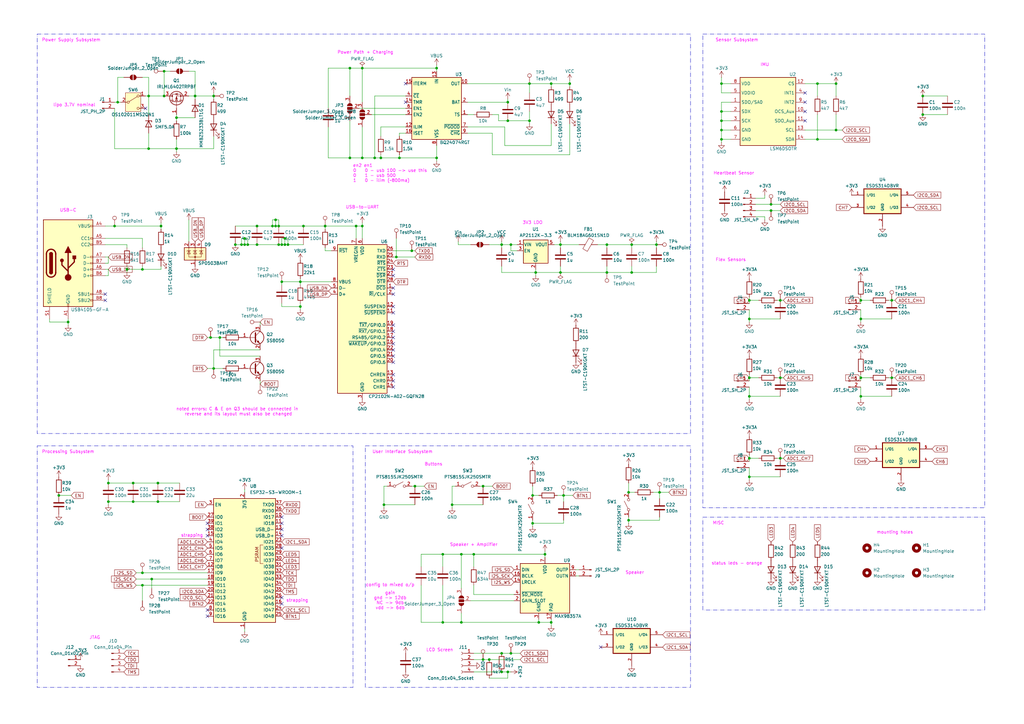
<source format=kicad_sch>
(kicad_sch (version 20250114) (generator "eeschema") (generator_version "9.0")
  (paper "A3")
  (rectangle (start 288.29 13.97) (end 403.86 208.28) (stroke (width 0) (type dash_dot)))
  (rectangle (start 15.24 182.88) (end 144.78 281.94) (stroke (width 0) (type dash_dot)))
  (rectangle (start 288.29 212.09) (end 403.86 250.19) (stroke (width 0) (type dash_dot)))
  (rectangle (start 149.86 182.88) (end 283.21 281.94) (stroke (width 0) (type dash_dot)))
  (rectangle (start 15.24 13.97) (end 283.21 177.8) (stroke (width 0) (type dash_dot)))
  (text "Processing Subsystem" (at 27.94 185.42 0) (effects (font (size 1.27 1.27))))
  (text "status leds - orange" (at 302.26 231.14 0) (effects (font (size 1.27 1.27))))
  (text "Flex Sensors" (at 299.72 106.68 0) (effects (font (size 1.27 1.27))))
  (text "Sensor Subsystem" (at 302.26 16.51 0) (effects (font (size 1.27 1.27))))
  (text "USB-to-UART" (at 148.59 85.09 0) (effects (font (size 1.27 1.27))))
  (text "Speaker" (at 260.35 234.95 0) (effects (font (size 1.27 1.27))))
  (text "en2 en1\n0 	0 - usb 100 -> use this\n0	1 - usb 500\n1	0 - ilim (~800ma)\n" (at 144.78 71.12 0) (effects (font (size 1.27 1.27)) (justify left)))
  (text "Power Supply Subsystem" (at 29.21 16.51 0) (effects (font (size 1.27 1.27))))
  (text "3V3 LDO\n" (at 218.44 91.44 0) (effects (font (size 1.27 1.27))))
  (text "Buttons" (at 177.8 190.5 0) (effects (font (size 1.27 1.27))))
  (text "JTAG " (at 39.37 261.62 0) (effects (font (size 1.27 1.27))))
  (text "config to mixed o/p" (at 160.02 240.03 0) (effects (font (size 1.27 1.27))))
  (text "noted errors: C & E on Q3 should be connected in \nreverse and its layout must also be changed" (at 97.79 168.91 0) (effects (font (size 1.27 1.27))))
  (text "Speaker + Amplifier" (at 194.31 223.52 0) (effects (font (size 1.27 1.27))))
  (text "gain\ngnd -> 12db\nNC -> 9db\nvdd -> 6db" (at 160.02 246.38 0) (effects (font (size 1.27 1.27))))
  (text "mounting holes" (at 367.03 218.44 0) (effects (font (size 1.27 1.27))))
  (text "strapping\n" (at 121.92 246.38 0) (effects (font (size 1.27 1.27))))
  (text "strapping\n" (at 78.74 219.71 0) (effects (font (size 1.27 1.27))))
  (text "IMU\n" (at 313.69 26.67 0) (effects (font (size 1.27 1.27))))
  (text "lipo 3.7V nominal" (at 30.48 43.18 0) (effects (font (size 1.27 1.27))))
  (text "Power Path + Charging" (at 149.86 21.59 0) (effects (font (size 1.27 1.27))))
  (text "LCD Screen" (at 180.34 266.7 0) (effects (font (size 1.27 1.27))))
  (text "Heartbeat Sensor\n" (at 300.99 71.12 0) (effects (font (size 1.27 1.27))))
  (text "USB-C\n" (at 27.94 86.36 0) (effects (font (size 1.27 1.27))))
  (text "MISC" (at 294.64 214.63 0) (effects (font (size 1.27 1.27))))
  (text "User Interface Subsystem" (at 165.1 185.42 0) (effects (font (size 1.27 1.27))))
  (junction (at 205.74 275.59))
  (junction (at 116.84 97.79))
  (junction (at 316.23 83.82))
  (junction (at 248.92 111.76))
  (junction (at 200.66 270.51))
  (junction (at 115.57 115.57))
  (junction (at 168.91 102.87))
  (junction (at 123.19 125.73))
  (junction (at 307.34 154.94))
  (junction (at 295.91 34.29))
  (junction (at 342.9 34.29))
  (junction (at 217.17 34.29))
  (junction (at 189.23 255.27))
  (junction (at 60.96 39.37))
  (junction (at 335.28 57.15))
  (junction (at 307.34 162.56))
  (junction (at 86.36 138.43))
  (junction (at 66.04 92.71))
  (junction (at 87.63 39.37))
  (junction (at 231.14 203.2))
  (junction (at 67.31 39.37))
  (junction (at 146.05 92.71))
  (junction (at 163.83 64.77))
  (junction (at 208.28 49.53))
  (junction (at 181.61 255.27))
  (junction (at 46.99 92.71))
  (junction (at 48.26 41.91))
  (junction (at 156.21 64.77))
  (junction (at 100.33 100.33))
  (junction (at 218.44 203.2))
  (junction (at 67.31 29.21))
  (junction (at 208.28 41.91))
  (junction (at 124.46 92.71))
  (junction (at 316.23 86.36))
  (junction (at 60.96 60.96))
  (junction (at 72.39 48.26))
  (junction (at 209.55 267.97))
  (junction (at 100.33 97.79))
  (junction (at 148.59 27.94))
  (junction (at 114.3 100.33))
  (junction (at 209.55 100.33))
  (junction (at 105.41 92.71))
  (junction (at 205.74 100.33))
  (junction (at 208.28 275.59))
  (junction (at 229.87 100.33))
  (junction (at 378.46 46.99))
  (junction (at 259.08 111.76))
  (junction (at 116.84 100.33))
  (junction (at 157.48 207.01))
  (junction (at 72.39 60.96))
  (junction (at 27.94 132.08))
  (junction (at 44.45 198.12))
  (junction (at 307.34 187.96))
  (junction (at 353.06 123.19))
  (junction (at 365.76 123.19))
  (junction (at 226.06 34.29))
  (junction (at 365.76 154.94))
  (junction (at 62.23 237.49))
  (junction (at 148.59 92.71))
  (junction (at 353.06 130.81))
  (junction (at 44.45 205.74))
  (junction (at 217.17 49.53))
  (junction (at 111.76 92.71))
  (junction (at 218.44 214.63))
  (junction (at 295.91 45.72))
  (junction (at 58.42 240.03))
  (junction (at 307.34 123.19))
  (junction (at 133.35 92.71))
  (junction (at 320.04 123.19))
  (junction (at 52.07 110.49))
  (junction (at 54.61 198.12))
  (junction (at 229.87 111.76))
  (junction (at 101.6 100.33))
  (junction (at 153.67 64.77))
  (junction (at 219.71 111.76))
  (junction (at 198.12 270.51))
  (junction (at 198.12 199.39))
  (junction (at 96.52 100.33))
  (junction (at 181.61 227.33))
  (junction (at 58.42 110.49))
  (junction (at 342.9 53.34))
  (junction (at 269.24 100.33))
  (junction (at 87.63 151.13))
  (junction (at 270.51 201.93))
  (junction (at 194.31 227.33))
  (junction (at 115.57 100.33))
  (junction (at 248.92 100.33))
  (junction (at 58.42 234.95))
  (junction (at 257.81 201.93))
  (junction (at 320.04 154.94))
  (junction (at 99.06 100.33))
  (junction (at 24.13 203.2))
  (junction (at 307.34 130.81))
  (junction (at 54.61 205.74))
  (junction (at 105.41 100.33))
  (junction (at 378.46 39.37))
  (junction (at 233.68 34.29))
  (junction (at 179.07 64.77))
  (junction (at 220.98 255.27))
  (junction (at 179.07 27.94))
  (junction (at 185.42 207.01))
  (junction (at 148.59 64.77))
  (junction (at 320.04 187.96))
  (junction (at 113.03 92.71))
  (junction (at 353.06 162.56))
  (junction (at 113.03 90.17))
  (junction (at 295.91 49.53))
  (junction (at 90.17 138.43))
  (junction (at 118.11 100.33))
  (junction (at 259.08 100.33))
  (junction (at 80.01 39.37))
  (junction (at 205.74 267.97))
  (junction (at 64.77 198.12))
  (junction (at 170.18 199.39))
  (junction (at 307.34 195.58))
  (junction (at 189.23 227.33))
  (junction (at 335.28 34.29))
  (junction (at 64.77 205.74))
  (junction (at 295.91 53.34))
  (junction (at 143.51 64.77))
  (junction (at 226.06 255.27))
  (junction (at 257.81 213.36))
  (junction (at 123.19 115.57))
  (junction (at 353.06 154.94))
  (junction (at 162.56 105.41))
  (junction (at 295.91 57.15))
  (junction (at 223.52 227.33))
  (junction (at 114.3 92.71))
  (junction (at 143.51 27.94))
  (no_connect (at 85.09 250.19))
  (no_connect (at 330.2 38.1))
  (no_connect (at 166.37 41.91))
  (no_connect (at 115.57 217.17))
  (no_connect (at 161.29 135.89))
  (no_connect (at 161.29 113.03))
  (no_connect (at 85.09 217.17))
  (no_connect (at 161.29 156.21))
  (no_connect (at 161.29 133.35))
  (no_connect (at 166.37 34.29))
  (no_connect (at 330.2 41.91))
  (no_connect (at 115.57 224.79))
  (no_connect (at 115.57 212.09))
  (no_connect (at 115.57 245.11))
  (no_connect (at 161.29 140.97))
  (no_connect (at 161.29 143.51))
  (no_connect (at 161.29 128.27))
  (no_connect (at 246.38 265.43))
  (no_connect (at 330.2 45.72))
  (no_connect (at 43.18 120.65))
  (no_connect (at 85.09 252.73))
  (no_connect (at 161.29 138.43))
  (no_connect (at 161.29 118.11))
  (no_connect (at 161.29 158.75))
  (no_connect (at 161.29 125.73))
  (no_connect (at 161.29 120.65))
  (no_connect (at 115.57 214.63))
  (no_connect (at 115.57 219.71))
  (no_connect (at 85.09 219.71))
  (no_connect (at 161.29 110.49))
  (no_connect (at 330.2 49.53))
  (no_connect (at 85.09 214.63))
  (no_connect (at 115.57 247.65))
  (no_connect (at 43.18 123.19))
  (no_connect (at 59.69 44.45))
  (no_connect (at 161.29 146.05))
  (no_connect (at 161.29 153.67))
  (no_connect (at 161.29 148.59))
  (wire (pts (xy 205.74 109.22) (xy 205.74 111.76)))
  (wire (pts (xy 114.3 100.33) (xy 115.57 100.33)))
  (wire (pts (xy 72.39 62.23) (xy 72.39 60.96)))
  (wire (pts (xy 80.01 29.21) (xy 80.01 39.37)))
  (wire (pts (xy 55.88 234.95) (xy 58.42 234.95)))
  (wire (pts (xy 223.52 227.33) (xy 223.52 228.6)))
  (wire (pts (xy 87.63 151.13) (xy 91.44 151.13)))
  (wire (pts (xy 205.74 100.33) (xy 209.55 100.33)))
  (wire (pts (xy 87.63 40.64) (xy 87.63 39.37)))
  (wire (pts (xy 231.14 203.2) (xy 234.95 203.2)))
  (wire (pts (xy 307.34 132.08) (xy 307.34 130.81)))
  (wire (pts (xy 365.76 123.19) (xy 364.49 123.19)))
  (wire (pts (xy 100.33 97.79) (xy 101.6 97.79)))
  (wire (pts (xy 58.42 234.95) (xy 85.09 234.95)))
  (wire (pts (xy 218.44 215.9) (xy 218.44 214.63)))
  (wire (pts (xy 181.61 240.03) (xy 181.61 255.27)))
  (wire (pts (xy 193.04 246.38) (xy 210.82 246.38)))
  (wire (pts (xy 118.11 97.79) (xy 116.84 97.79)))
  (wire (pts (xy 204.47 49.53) (xy 208.28 49.53)))
  (wire (pts (xy 307.34 162.56) (xy 320.04 162.56)))
  (wire (pts (xy 237.49 233.68) (xy 236.22 233.68)))
  (wire (pts (xy 229.87 101.6) (xy 229.87 100.33)))
  (wire (pts (xy 101.6 100.33) (xy 101.6 97.79)))
  (wire (pts (xy 156.21 52.07) (xy 156.21 55.88)))
  (wire (pts (xy 307.34 187.96) (xy 307.34 189.23)))
  (wire (pts (xy 233.68 50.8) (xy 233.68 63.5)))
  (wire (pts (xy 353.06 132.08) (xy 353.06 130.81)))
  (wire (pts (xy 248.92 101.6) (xy 248.92 100.33)))
  (wire (pts (xy 48.26 31.75) (xy 48.26 41.91)))
  (wire (pts (xy 233.68 33.02) (xy 233.68 34.29)))
  (wire (pts (xy 313.69 80.01) (xy 313.69 81.28)))
  (wire (pts (xy 227.33 100.33) (xy 229.87 100.33)))
  (wire (pts (xy 60.96 31.75) (xy 60.96 39.37)))
  (wire (pts (xy 123.19 115.57) (xy 123.19 116.84)))
  (wire (pts (xy 123.19 127) (xy 123.19 125.73)))
  (wire (pts (xy 295.91 45.72) (xy 299.72 45.72)))
  (wire (pts (xy 172.72 255.27) (xy 181.61 255.27)))
  (wire (pts (xy 99.06 100.33) (xy 100.33 100.33)))
  (wire (pts (xy 313.69 90.17) (xy 313.69 88.9)))
  (wire (pts (xy 100.33 200.66) (xy 100.33 201.93)))
  (wire (pts (xy 313.69 81.28) (xy 309.88 81.28)))
  (wire (pts (xy 228.6 203.2) (xy 231.14 203.2)))
  (wire (pts (xy 72.39 60.96) (xy 72.39 57.15)))
  (wire (pts (xy 269.24 101.6) (xy 269.24 100.33)))
  (wire (pts (xy 209.55 100.33) (xy 212.09 100.33)))
  (wire (pts (xy 133.35 92.71) (xy 133.35 93.98)))
  (wire (pts (xy 148.59 52.07) (xy 148.59 64.77)))
  (wire (pts (xy 20.32 132.08) (xy 20.32 130.81)))
  (wire (pts (xy 163.83 64.77) (xy 163.83 63.5)))
  (wire (pts (xy 72.39 49.53) (xy 72.39 48.26)))
  (wire (pts (xy 111.76 92.71) (xy 113.03 92.71)))
  (wire (pts (xy 353.06 123.19) (xy 353.06 124.46)))
  (wire (pts (xy 269.24 99.06) (xy 269.24 100.33)))
  (wire (pts (xy 307.34 130.81) (xy 307.34 127)))
  (wire (pts (xy 220.98 255.27) (xy 220.98 254)))
  (wire (pts (xy 55.88 240.03) (xy 58.42 240.03)))
  (wire (pts (xy 172.72 232.41) (xy 172.72 227.33)))
  (wire (pts (xy 90.17 138.43) (xy 91.44 138.43)))
  (wire (pts (xy 320.04 187.96) (xy 318.77 187.96)))
  (wire (pts (xy 200.66 278.13) (xy 208.28 278.13)))
  (wire (pts (xy 185.42 207.01) (xy 185.42 199.39)))
  (wire (pts (xy 156.21 64.77) (xy 156.21 63.5)))
  (wire (pts (xy 209.55 267.97) (xy 213.36 267.97)))
  (wire (pts (xy 64.77 198.12) (xy 73.66 198.12)))
  (wire (pts (xy 58.42 240.03) (xy 85.09 240.03)))
  (wire (pts (xy 267.97 201.93) (xy 270.51 201.93)))
  (wire (pts (xy 157.48 207.01) (xy 157.48 199.39)))
  (wire (pts (xy 189.23 227.33) (xy 194.31 227.33)))
  (wire (pts (xy 181.61 227.33) (xy 189.23 227.33)))
  (wire (pts (xy 179.07 66.04) (xy 179.07 64.77)))
  (wire (pts (xy 204.47 46.99) (xy 201.93 46.99)))
  (wire (pts (xy 218.44 199.39) (xy 218.44 203.2)))
  (wire (pts (xy 48.26 41.91) (xy 46.99 41.91)))
  (wire (pts (xy 307.34 123.19) (xy 311.15 123.19)))
  (wire (pts (xy 335.28 57.15) (xy 330.2 57.15)))
  (wire (pts (xy 353.06 130.81) (xy 353.06 127)))
  (wire (pts (xy 143.51 27.94) (xy 143.51 39.37)))
  (wire (pts (xy 307.34 195.58) (xy 320.04 195.58)))
  (wire (pts (xy 46.99 60.96) (xy 60.96 60.96)))
  (wire (pts (xy 270.51 201.93) (xy 270.51 204.47)))
  (wire (pts (xy 87.63 39.37) (xy 80.01 39.37)))
  (wire (pts (xy 123.19 125.73) (xy 123.19 124.46)))
  (wire (pts (xy 189.23 227.33) (xy 189.23 241.3)))
  (wire (pts (xy 219.71 113.03) (xy 219.71 111.76)))
  (wire (pts (xy 345.44 53.34) (xy 342.9 53.34)))
  (wire (pts (xy 226.06 59.69) (xy 207.01 59.69)))
  (wire (pts (xy 152.4 46.99) (xy 166.37 46.99)))
  (wire (pts (xy 116.84 100.33) (xy 116.84 97.79)))
  (wire (pts (xy 67.31 29.21) (xy 67.31 39.37)))
  (wire (pts (xy 226.06 50.8) (xy 226.06 59.69)))
  (wire (pts (xy 166.37 39.37) (xy 153.67 39.37)))
  (wire (pts (xy 72.39 48.26) (xy 72.39 46.99)))
  (wire (pts (xy 133.35 92.71) (xy 146.05 92.71)))
  (wire (pts (xy 248.92 111.76) (xy 229.87 111.76)))
  (wire (pts (xy 219.71 111.76) (xy 229.87 111.76)))
  (wire (pts (xy 201.93 54.61) (xy 191.77 54.61)))
  (wire (pts (xy 205.74 275.59) (xy 208.28 275.59)))
  (wire (pts (xy 58.42 110.49) (xy 52.07 110.49)))
  (wire (pts (xy 58.42 31.75) (xy 60.96 31.75)))
  (wire (pts (xy 219.71 110.49) (xy 219.71 111.76)))
  (wire (pts (xy 87.63 55.88) (xy 87.63 60.96)))
  (wire (pts (xy 87.63 143.51) (xy 87.63 151.13)))
  (wire (pts (xy 353.06 153.67) (xy 353.06 154.94)))
  (wire (pts (xy 231.14 214.63) (xy 231.14 213.36)))
  (wire (pts (xy 295.91 49.53) (xy 299.72 49.53)))
  (wire (pts (xy 170.18 199.39) (xy 168.91 199.39)))
  (wire (pts (xy 153.67 39.37) (xy 153.67 64.77)))
  (wire (pts (xy 44.45 196.85) (xy 44.45 198.12)))
  (wire (pts (xy 201.93 63.5) (xy 201.93 54.61)))
  (wire (pts (xy 295.91 41.91) (xy 295.91 45.72)))
  (wire (pts (xy 77.47 29.21) (xy 80.01 29.21)))
  (wire (pts (xy 100.33 259.08) (xy 100.33 257.81)))
  (wire (pts (xy 189.23 251.46) (xy 189.23 255.27)))
  (wire (pts (xy 85.09 138.43) (xy 86.36 138.43)))
  (wire (pts (xy 320.04 86.36) (xy 316.23 86.36)))
  (wire (pts (xy 270.51 201.93) (xy 274.32 201.93)))
  (wire (pts (xy 157.48 207.01) (xy 170.18 207.01)))
  (wire (pts (xy 295.91 53.34) (xy 299.72 53.34)))
  (wire (pts (xy 335.28 34.29) (xy 335.28 39.37)))
  (wire (pts (xy 335.28 46.99) (xy 335.28 57.15)))
  (wire (pts (xy 320.04 83.82) (xy 316.23 83.82)))
  (wire (pts (xy 115.57 125.73) (xy 123.19 125.73)))
  (wire (pts (xy 321.31 187.96) (xy 320.04 187.96)))
  (wire (pts (xy 106.68 146.05) (xy 90.17 146.05)))
  (wire (pts (xy 307.34 123.19) (xy 307.34 124.46)))
  (wire (pts (xy 233.68 34.29) (xy 233.68 35.56)))
  (wire (pts (xy 307.34 121.92) (xy 307.34 123.19)))
  (wire (pts (xy 162.56 105.41) (xy 161.29 105.41)))
  (wire (pts (xy 295.91 58.42) (xy 295.91 57.15)))
  (wire (pts (xy 179.07 26.67) (xy 179.07 27.94)))
  (wire (pts (xy 172.72 240.03) (xy 172.72 255.27)))
  (wire (pts (xy 58.42 240.03) (xy 58.42 246.38)))
  (wire (pts (xy 259.08 109.22) (xy 259.08 111.76)))
  (wire (pts (xy 66.04 110.49) (xy 58.42 110.49)))
  (wire (pts (xy 367.03 123.19) (xy 365.76 123.19)))
  (wire (pts (xy 143.51 64.77) (xy 148.59 64.77)))
  (wire (pts (xy 307.34 195.58) (xy 307.34 191.77)))
  (wire (pts (xy 67.31 39.37) (xy 60.96 39.37)))
  (wire (pts (xy 245.11 100.33) (xy 248.92 100.33)))
  (wire (pts (xy 218.44 214.63) (xy 231.14 214.63)))
  (wire (pts (xy 295.91 57.15) (xy 299.72 57.15)))
  (wire (pts (xy 378.46 46.99) (xy 388.62 46.99)))
  (wire (pts (xy 205.74 267.97) (xy 209.55 267.97)))
  (wire (pts (xy 77.47 90.17) (xy 77.47 99.06)))
  (wire (pts (xy 115.57 125.73) (xy 115.57 124.46)))
  (wire (pts (xy 345.44 57.15) (xy 335.28 57.15)))
  (wire (pts (xy 307.34 186.69) (xy 307.34 187.96)))
  (wire (pts (xy 307.34 196.85) (xy 307.34 195.58)))
  (wire (pts (xy 69.85 29.21) (xy 67.31 29.21)))
  (wire (pts (xy 208.28 40.64) (xy 208.28 41.91)))
  (wire (pts (xy 194.31 270.51) (xy 198.12 270.51)))
  (wire (pts (xy 307.34 162.56) (xy 307.34 158.75)))
  (wire (pts (xy 101.6 100.33) (xy 105.41 100.33)))
  (wire (pts (xy 307.34 130.81) (xy 320.04 130.81)))
  (wire (pts (xy 194.31 227.33) (xy 223.52 227.33)))
  (wire (pts (xy 295.91 34.29) (xy 299.72 34.29)))
  (wire (pts (xy 307.34 163.83) (xy 307.34 162.56)))
  (wire (pts (xy 166.37 52.07) (xy 156.21 52.07)))
  (wire (pts (xy 185.42 207.01) (xy 198.12 207.01)))
  (wire (pts (xy 153.67 64.77) (xy 156.21 64.77)))
  (wire (pts (xy 205.74 111.76) (xy 219.71 111.76)))
  (wire (pts (xy 248.92 100.33) (xy 259.08 100.33)))
  (wire (pts (xy 124.46 92.71) (xy 133.35 92.71)))
  (wire (pts (xy 134.62 52.07) (xy 134.62 64.77)))
  (wire (pts (xy 307.34 153.67) (xy 307.34 154.94)))
  (wire (pts (xy 29.21 203.2) (xy 24.13 203.2)))
  (wire (pts (xy 367.03 154.94) (xy 365.76 154.94)))
  (wire (pts (xy 80.01 40.64) (xy 80.01 39.37)))
  (wire (pts (xy 146.05 92.71) (xy 148.59 92.71)))
  (wire (pts (xy 157.48 199.39) (xy 158.75 199.39)))
  (wire (pts (xy 209.55 102.87) (xy 209.55 100.33)))
  (wire (pts (xy 226.06 256.54) (xy 226.06 255.27)))
  (wire (pts (xy 44.45 113.03) (xy 43.18 113.03)))
  (wire (pts (xy 163.83 55.88) (xy 163.83 54.61)))
  (wire (pts (xy 123.19 115.57) (xy 135.89 115.57)))
  (wire (pts (xy 378.46 39.37) (xy 388.62 39.37)))
  (wire (pts (xy 66.04 91.44) (xy 66.04 92.71)))
  (wire (pts (xy 54.61 198.12) (xy 64.77 198.12)))
  (wire (pts (xy 43.18 100.33) (xy 52.07 100.33)))
  (wire (pts (xy 52.07 110.49) (xy 52.07 111.76)))
  (wire (pts (xy 217.17 38.1) (xy 217.17 34.29)))
  (wire (pts (xy 64.77 205.74) (xy 73.66 205.74)))
  (wire (pts (xy 269.24 109.22) (xy 269.24 111.76)))
  (wire (pts (xy 115.57 100.33) (xy 116.84 100.33)))
  (wire (pts (xy 207.01 59.69) (xy 207.01 52.07)))
  (wire (pts (xy 207.01 52.07) (xy 191.77 52.07)))
  (wire (pts (xy 133.35 101.6) (xy 133.35 102.87)))
  (wire (pts (xy 198.12 199.39) (xy 196.85 199.39)))
  (wire (pts (xy 105.41 100.33) (xy 114.3 100.33)))
  (wire (pts (xy 60.96 60.96) (xy 72.39 60.96)))
  (wire (pts (xy 194.31 46.99) (xy 191.77 46.99)))
  (wire (pts (xy 147.32 44.45) (xy 166.37 44.45)))
  (wire (pts (xy 257.81 201.93) (xy 260.35 201.93)))
  (wire (pts (xy 353.06 162.56) (xy 353.06 158.75)))
  (wire (pts (xy 44.45 205.74) (xy 44.45 207.01)))
  (wire (pts (xy 46.99 92.71) (xy 43.18 92.71)))
  (wire (pts (xy 189.23 255.27) (xy 220.98 255.27)))
  (wire (pts (xy 116.84 97.79) (xy 115.57 97.79)))
  (wire (pts (xy 44.45 107.95) (xy 43.18 107.95)))
  (wire (pts (xy 58.42 97.79) (xy 58.42 101.6)))
  (wire (pts (xy 170.18 105.41) (xy 162.56 105.41)))
  (wire (pts (xy 191.77 41.91) (xy 208.28 41.91)))
  (wire (pts (xy 118.11 100.33) (xy 124.46 100.33)))
  (wire (pts (xy 134.62 44.45) (xy 134.62 27.94)))
  (wire (pts (xy 106.68 143.51) (xy 87.63 143.51)))
  (wire (pts (xy 43.18 97.79) (xy 58.42 97.79)))
  (wire (pts (xy 143.51 27.94) (xy 148.59 27.94)))
  (wire (pts (xy 233.68 34.29) (xy 226.06 34.29)))
  (wire (pts (xy 44.45 105.41) (xy 43.18 105.41)))
  (wire (pts (xy 257.81 214.63) (xy 257.81 213.36)))
  (wire (pts (xy 342.9 46.99) (xy 342.9 53.34)))
  (wire (pts (xy 208.28 49.53) (xy 217.17 49.53)))
  (wire (pts (xy 148.59 27.94) (xy 148.59 41.91)))
  (wire (pts (xy 80.01 39.37) (xy 77.47 39.37)))
  (wire (pts (xy 320.04 154.94) (xy 318.77 154.94)))
  (wire (pts (xy 187.96 100.33) (xy 187.96 99.06)))
  (wire (pts (xy 100.33 100.33) (xy 101.6 100.33)))
  (wire (pts (xy 229.87 100.33) (xy 237.49 100.33)))
  (wire (pts (xy 229.87 109.22) (xy 229.87 111.76)))
  (wire (pts (xy 105.41 92.71) (xy 111.76 92.71)))
  (wire (pts (xy 85.09 151.13) (xy 87.63 151.13)))
  (wire (pts (xy 134.62 64.77) (xy 143.51 64.77)))
  (wire (pts (xy 115.57 115.57) (xy 115.57 116.84)))
  (wire (pts (xy 27.94 133.35) (xy 27.94 132.08)))
  (wire (pts (xy 316.23 86.36) (xy 309.88 86.36)))
  (wire (pts (xy 46.99 44.45) (xy 46.99 60.96)))
  (wire (pts (xy 231.14 203.2) (xy 231.14 205.74)))
  (wire (pts (xy 99.06 97.79) (xy 100.33 97.79)))
  (wire (pts (xy 114.3 92.71) (xy 124.46 92.71)))
  (wire (pts (xy 218.44 203.2) (xy 220.98 203.2)))
  (wire (pts (xy 185.42 199.39) (xy 186.69 199.39)))
  (wire (pts (xy 320.04 123.19) (xy 318.77 123.19)))
  (wire (pts (xy 114.3 90.17) (xy 113.03 90.17)))
  (wire (pts (xy 335.28 34.29) (xy 342.9 34.29)))
  (wire (pts (xy 44.45 110.49) (xy 44.45 113.03)))
  (wire (pts (xy 116.84 100.33) (xy 118.11 100.33)))
  (wire (pts (xy 115.57 100.33) (xy 115.57 97.79)))
  (wire (pts (xy 194.31 267.97) (xy 205.74 267.97)))
  (wire (pts (xy 49.53 41.91) (xy 48.26 41.91)))
  (wire (pts (xy 162.56 97.79) (xy 162.56 105.41)))
  (wire (pts (xy 52.07 100.33) (xy 52.07 101.6)))
  (wire (pts (xy 217.17 45.72) (xy 217.17 49.53)))
  (wire (pts (xy 100.33 100.33) (xy 100.33 97.79)))
  (wire (pts (xy 106.68 132.08) (xy 106.68 133.35)))
  (wire (pts (xy 330.2 34.29) (xy 335.28 34.29)))
  (wire (pts (xy 87.63 38.1) (xy 87.63 39.37)))
  (wire (pts (xy 342.9 34.29) (xy 342.9 39.37)))
  (wire (pts (xy 111.76 90.17) (xy 113.03 90.17)))
  (wire (pts (xy 20.32 132.08) (xy 27.94 132.08)))
  (wire (pts (xy 106.68 157.48) (xy 106.68 156.21)))
  (wire (pts (xy 321.31 154.94) (xy 320.04 154.94)))
  (wire (pts (xy 295.91 53.34) (xy 295.91 57.15)))
  (wire (pts (xy 223.52 226.06) (xy 223.52 227.33)))
  (wire (pts (xy 181.61 232.41) (xy 181.61 227.33)))
  (wire (pts (xy 198.12 199.39) (xy 201.93 199.39)))
  (wire (pts (xy 44.45 105.41) (xy 44.45 107.95)))
  (wire (pts (xy 62.23 241.3) (xy 62.23 237.49)))
  (wire (pts (xy 66.04 92.71) (xy 46.99 92.71)))
  (wire (pts (xy 148.59 64.77) (xy 153.67 64.77)))
  (wire (pts (xy 50.8 31.75) (xy 48.26 31.75)))
  (wire (pts (xy 72.39 48.26) (xy 80.01 48.26)))
  (wire (pts (xy 194.31 240.03) (xy 194.31 243.84)))
  (wire (pts (xy 259.08 101.6) (xy 259.08 100.33)))
  (wire (pts (xy 353.06 130.81) (xy 365.76 130.81)))
  (wire (pts (xy 118.11 100.33) (xy 118.11 97.79)))
  (wire (pts (xy 295.91 45.72) (xy 295.91 49.53)))
  (wire (pts (xy 307.34 187.96) (xy 311.15 187.96)))
  (wire (pts (xy 321.31 123.19) (xy 320.04 123.19)))
  (wire (pts (xy 353.06 162.56) (xy 365.76 162.56)))
  (wire (pts (xy 170.18 199.39) (xy 173.99 199.39)))
  (wire (pts (xy 60.96 54.61) (xy 60.96 60.96)))
  (wire (pts (xy 194.31 243.84) (xy 210.82 243.84)))
  (wire (pts (xy 257.81 213.36) (xy 270.51 213.36)))
  (wire (pts (xy 217.17 34.29) (xy 226.06 34.29)))
  (wire (pts (xy 307.34 154.94) (xy 307.34 156.21)))
  (wire (pts (xy 163.83 54.61) (xy 166.37 54.61)))
  (wire (pts (xy 205.74 99.06) (xy 205.74 100.33)))
  (wire (pts (xy 226.06 34.29) (xy 226.06 35.56)))
  (wire (pts (xy 52.07 109.22) (xy 52.07 110.49)))
  (wire (pts (xy 270.51 213.36) (xy 270.51 212.09)))
  (wire (pts (xy 299.72 38.1) (xy 295.91 38.1)))
  (wire (pts (xy 143.51 49.53) (xy 143.51 64.77)))
  (wire (pts (xy 316.23 83.82) (xy 309.88 83.82)))
  (wire (pts (xy 66.04 109.22) (xy 66.04 110.49)))
  (wire (pts (xy 269.24 100.33) (xy 259.08 100.33)))
  (wire (pts (xy 233.68 63.5) (xy 201.93 63.5)))
  (wire (pts (xy 54.61 205.74) (xy 64.77 205.74)))
  (wire (pts (xy 156.21 64.77) (xy 163.83 64.77)))
  (wire (pts (xy 172.72 227.33) (xy 181.61 227.33)))
  (wire (pts (xy 313.69 88.9) (xy 309.88 88.9)))
  (wire (pts (xy 353.06 121.92) (xy 353.06 123.19)))
  (wire (pts (xy 295.91 49.53) (xy 295.91 53.34)))
  (wire (pts (xy 44.45 110.49) (xy 43.18 110.49)))
  (wire (pts (xy 237.49 236.22) (xy 236.22 236.22)))
  (wire (pts (xy 353.06 154.94) (xy 353.06 156.21)))
  (wire (pts (xy 96.52 100.33) (xy 99.06 100.33)))
  (wire (pts (xy 113.03 92.71) (xy 114.3 92.71)))
  (wire (pts (xy 204.47 46.99) (xy 204.47 49.53)))
  (wire (pts (xy 27.94 132.08) (xy 27.94 130.81)))
  (wire (pts (xy 60.96 39.37) (xy 60.96 46.99)))
  (wire (pts (xy 44.45 205.74) (xy 54.61 205.74)))
  (wire (pts (xy 299.72 41.91) (xy 295.91 41.91)))
  (wire (pts (xy 86.36 138.43) (xy 90.17 138.43)))
  (wire (pts (xy 99.06 100.33) (xy 99.06 97.79)))
  (wire (pts (xy 257.81 198.12) (xy 257.81 201.93)))
  (wire (pts (xy 163.83 64.77) (xy 179.07 64.77)))
  (wire (pts (xy 87.63 60.96) (xy 72.39 60.96)))
  (wire (pts (xy 212.09 102.87) (xy 209.55 102.87)))
  (wire (pts (xy 269.24 111.76) (xy 259.08 111.76)))
  (wire (pts (xy 148.59 92.71) (xy 148.59 97.79)))
  (wire (pts (xy 55.88 237.49) (xy 62.23 237.49)))
  (wire (pts (xy 170.18 102.87) (xy 168.91 102.87)))
  (wire (pts (xy 148.59 27.94) (xy 179.07 27.94)))
  (wire (pts (xy 353.06 154.94) (xy 356.87 154.94)))
  (wire (pts (xy 90.17 146.05) (xy 90.17 138.43)))
  (wire (pts (xy 114.3 92.71) (xy 114.3 90.17)))
  (wire (pts (xy 148.59 91.44) (xy 148.59 92.71)))
  (wire (pts (xy 123.19 114.3) (xy 123.19 115.57)))
  (wire (pts (xy 208.28 275.59) (xy 209.55 275.59)))
  (wire (pts (xy 66.04 92.71) (xy 66.04 93.98)))
  (wire (pts (xy 179.07 59.69) (xy 179.07 64.77)))
  (wire (pts (xy 185.42 208.28) (xy 185.42 207.01)))
  (wire (pts (xy 168.91 102.87) (xy 161.29 102.87)))
  (wire (pts (xy 62.23 237.49) (xy 85.09 237.49)))
  (wire (pts (xy 208.28 278.13) (xy 208.28 275.59)))
  (wire (pts (xy 229.87 99.06) (xy 229.87 100.33)))
  (wire (pts (xy 353.06 123.19) (xy 356.87 123.19)))
  (wire (pts (xy 353.06 163.83) (xy 353.06 162.56)))
  (wire (pts (xy 181.61 255.27) (xy 189.23 255.27)))
  (wire (pts (xy 194.31 275.59) (xy 205.74 275.59)))
  (wire (pts (xy 200.66 270.51) (xy 213.36 270.51)))
  (wire (pts (xy 194.31 232.41) (xy 194.31 227.33)))
  (wire (pts (xy 205.74 101.6) (xy 205.74 100.33)))
  (wire (pts (xy 217.17 49.53) (xy 217.17 50.8)))
  (wire (pts (xy 134.62 27.94) (xy 143.51 27.94)))
  (wire (pts (xy 133.35 102.87) (xy 135.89 102.87)))
  (wire (pts (xy 248.92 109.22) (xy 248.92 111.76)))
  (wire (pts (xy 146.05 92.71) (xy 146.05 97.79)))
  (wire (pts (xy 187.96 100.33) (xy 193.04 100.33)))
  (wire (pts (xy 295.91 38.1) (xy 295.91 34.29)))
  (wire (pts (xy 259.08 111.76) (xy 248.92 111.76)))
  (wire (pts (xy 218.44 214.63) (xy 218.44 213.36)))
  (wire (pts (xy 111.76 92.71) (xy 111.76 90.17)))
  (wire (pts (xy 295.91 31.75) (xy 295.91 34.29)))
  (wire (pts (xy 44.45 198.12) (xy 54.61 198.12)))
  (wire (pts (xy 58.42 109.22) (xy 58.42 110.49)))
  (wire (pts (xy 307.34 154.94) (xy 311.15 154.94)))
  (wire (pts (xy 226.06 254) (xy 226.06 255.27)))
  (wire (pts (xy 198.12 270.51) (xy 200.66 270.51)))
  (wire (pts (xy 113.03 92.71) (xy 113.03 90.17)))
  (wire (pts (xy 179.07 27.94) (xy 179.07 29.21)))
  (wire (pts (xy 115.57 115.57) (xy 123.19 115.57)))
  (wire (pts (xy 257.81 213.36) (xy 257.81 212.09)))
  (wire (pts (xy 342.9 53.34) (xy 330.2 53.34)))
  (wire (pts (xy 60.96 39.37) (xy 59.69 39.37)))
  (wire (pts (xy 157.48 208.28) (xy 157.48 207.01)))
  (wire (pts (xy 220.98 255.27) (xy 226.06 255.27)))
  (wire (pts (xy 96.52 92.71) (xy 105.41 92.71)))
  (wire (pts (xy 365.76 154.94) (xy 364.49 154.94)))
  (wire (pts (xy 200.66 100.33) (xy 205.74 100.33)))
  (wire (pts (xy 217.17 34.29) (xy 191.77 34.29)))
  (global_label "BTN2" (shape input) (at 85.09 247.65 180) (property "Intersheetrefs" "${INTERSHEET_REFS}" (effects (hide yes))))
  (global_label "BTN1" (shape input) (at 115.57 252.73 0) (property "Intersheetrefs" "${INTERSHEET_REFS}" (effects (hide yes))))
  (global_label "I2C0_SDA" (shape input) (at 345.44 57.15 0) (property "Intersheetrefs" "${INTERSHEET_REFS}" (effects (hide yes))))
  (global_label "I2C0_SCL" (shape input) (at 85.09 245.11 180) (property "Intersheetrefs" "${INTERSHEET_REFS}" (effects (hide yes))))
  (global_label "TCK" (shape input) (at 50.8 267.97 0) (property "Intersheetrefs" "${INTERSHEET_REFS}" (effects (hide yes))))
  (global_label "CH3" (shape input) (at 307.34 123.19 180) (property "Intersheetrefs" "${INTERSHEET_REFS}" (effects (hide yes))))
  (global_label "USB_DN" (shape input) (at 135.89 118.11 180) (property "Intersheetrefs" "${INTERSHEET_REFS}" (effects (hide yes))))
  (global_label "I2S_WS" (shape input) (at 210.82 238.76 180) (property "Intersheetrefs" "${INTERSHEET_REFS}" (effects (hide yes))))
  (global_label "CH3" (shape input) (at 382.27 184.15 0) (property "Intersheetrefs" "${INTERSHEET_REFS}" (effects (hide yes))))
  (global_label "LED4" (shape input) (at 325.12 222.25 90) (property "Intersheetrefs" "${INTERSHEET_REFS}" (effects (hide yes))))
  (global_label "TDO" (shape input) (at 115.57 237.49 0) (property "Intersheetrefs" "${INTERSHEET_REFS}" (effects (hide yes))))
  (global_label "CH5" (shape input) (at 356.87 189.23 180) (property "Intersheetrefs" "${INTERSHEET_REFS}" (effects (hide yes))))
  (global_label "USB_DP" (shape input) (at 82.55 99.06 90) (property "Intersheetrefs" "${INTERSHEET_REFS}" (effects (hide yes))))
  (global_label "I2S_WS" (shape input) (at 55.88 240.03 180) (property "Intersheetrefs" "${INTERSHEET_REFS}" (effects (hide yes))))
  (global_label "RTS" (shape input) (at 85.09 151.13 180) (property "Intersheetrefs" "${INTERSHEET_REFS}" (effects (hide yes))))
  (global_label "BOOT" (shape input) (at 85.09 212.09 180) (property "Intersheetrefs" "${INTERSHEET_REFS}" (effects (hide yes))))
  (global_label "I2S_SD" (shape input) (at 55.88 234.95 180) (property "Intersheetrefs" "${INTERSHEET_REFS}" (effects (hide yes))))
  (global_label "LED5" (shape input) (at 115.57 227.33 0) (property "Intersheetrefs" "${INTERSHEET_REFS}" (effects (hide yes))))
  (global_label "TMS" (shape input) (at 115.57 242.57 0) (property "Intersheetrefs" "${INTERSHEET_REFS}" (effects (hide yes))))
  (global_label "I2C1_SDA" (shape input) (at 271.78 265.43 0) (property "Intersheetrefs" "${INTERSHEET_REFS}" (effects (hide yes))))
  (global_label "ADC1_CH6" (shape input) (at 85.09 229.87 180) (property "Intersheetrefs" "${INTERSHEET_REFS}" (effects (hide yes))))
  (global_label "I2S_SCK" (shape input) (at 55.88 237.49 180) (property "Intersheetrefs" "${INTERSHEET_REFS}" (effects (hide yes))))
  (global_label "LED4" (shape input) (at 115.57 229.87 0) (property "Intersheetrefs" "${INTERSHEET_REFS}" (effects (hide yes))))
  (global_label "USB_DN" (shape input) (at 80.01 99.06 90) (property "Intersheetrefs" "${INTERSHEET_REFS}" (effects (hide yes))))
  (global_label "I2C1_SCL" (shape input) (at 271.78 260.35 0) (property "Intersheetrefs" "${INTERSHEET_REFS}" (effects (hide yes))))
  (global_label "CH7" (shape input) (at 349.25 85.09 180) (property "Intersheetrefs" "${INTERSHEET_REFS}" (effects (hide yes))))
  (global_label "LED3" (shape input) (at 115.57 232.41 0) (property "Intersheetrefs" "${INTERSHEET_REFS}" (effects (hide yes))))
  (global_label "BOOT" (shape input) (at 106.68 157.48 0) (property "Intersheetrefs" "${INTERSHEET_REFS}" (effects (hide yes))))
  (global_label "CH4" (shape input) (at 356.87 184.15 180) (property "Intersheetrefs" "${INTERSHEET_REFS}" (effects (hide yes))))
  (global_label "CH7" (shape input) (at 307.34 187.96 180) (property "Intersheetrefs" "${INTERSHEET_REFS}" (effects (hide yes))))
  (global_label "USB_DP" (shape input) (at 44.45 110.49 0) (property "Intersheetrefs" "${INTERSHEET_REFS}" (effects (hide yes))))
  (global_label "ADC1_CH3" (shape input) (at 85.09 222.25 180) (property "Intersheetrefs" "${INTERSHEET_REFS}" (effects (hide yes))))
  (global_label "TDI" (shape input) (at 50.8 273.05 0) (property "Intersheetrefs" "${INTERSHEET_REFS}" (effects (hide yes))))
  (global_label "ADC1_CH5" (shape input) (at 85.09 227.33 180) (property "Intersheetrefs" "${INTERSHEET_REFS}" (effects (hide yes))))
  (global_label "RXD0" (shape input) (at 115.57 207.01 0) (property "Intersheetrefs" "${INTERSHEET_REFS}" (effects (hide yes))))
  (global_label "LED5" (shape input) (at 335.28 222.25 90) (property "Intersheetrefs" "${INTERSHEET_REFS}" (effects (hide yes))))
  (global_label "ADC1_CH3" (shape input) (at 321.31 123.19 0) (property "Intersheetrefs" "${INTERSHEET_REFS}" (effects (hide yes))))
  (global_label "CH4" (shape input) (at 353.06 123.19 180) (property "Intersheetrefs" "${INTERSHEET_REFS}" (effects (hide yes))))
  (global_label "I2C0_SDA" (shape input) (at 374.65 80.01 0) (property "Intersheetrefs" "${INTERSHEET_REFS}" (effects (hide yes))))
  (global_label "I2C0_SCL" (shape input) (at 320.04 83.82 0) (property "Intersheetrefs" "${INTERSHEET_REFS}" (effects (hide yes))))
  (global_label "TXD0" (shape input) (at 115.57 209.55 0) (property "Intersheetrefs" "${INTERSHEET_REFS}" (effects (hide yes))))
  (global_label "TCK" (shape input) (at 115.57 234.95 0) (property "Intersheetrefs" "${INTERSHEET_REFS}" (effects (hide yes))))
  (global_label "I2C1_SCL" (shape input) (at 213.36 270.51 0) (property "Intersheetrefs" "${INTERSHEET_REFS}" (effects (hide yes))))
  (global_label "CH6" (shape input) (at 382.27 189.23 0) (property "Intersheetrefs" "${INTERSHEET_REFS}" (effects (hide yes))))
  (global_label "I2C1_SDA" (shape input) (at 213.36 267.97 0) (property "Intersheetrefs" "${INTERSHEET_REFS}" (effects (hide yes))))
  (global_label "EN" (shape input) (at 173.99 199.39 0) (property "Intersheetrefs" "${INTERSHEET_REFS}" (effects (hide yes))))
  (global_label "TXD0" (shape input) (at 170.18 102.87 0) (property "Intersheetrefs" "${INTERSHEET_REFS}" (effects (hide yes))))
  (global_label "I2S_SD" (shape input) (at 210.82 233.68 180) (property "Intersheetrefs" "${INTERSHEET_REFS}" (effects (hide yes))))
  (global_label "I2C1_SCL" (shape input) (at 115.57 250.19 0) (property "Intersheetrefs" "${INTERSHEET_REFS}" (effects (hide yes))))
  (global_label "TDO" (shape input) (at 50.8 270.51 0) (property "Intersheetrefs" "${INTERSHEET_REFS}" (effects (hide yes))))
  (global_label "ADC1_CH4" (shape input) (at 367.03 123.19 0) (property "Intersheetrefs" "${INTERSHEET_REFS}" (effects (hide yes))))
  (global_label "ADC1_CH7" (shape input) (at 85.09 232.41 180) (property "Intersheetrefs" "${INTERSHEET_REFS}" (effects (hide yes))))
  (global_label "EN" (shape input) (at 85.09 207.01 180) (property "Intersheetrefs" "${INTERSHEET_REFS}" (effects (hide yes))))
  (global_label "EN" (shape input) (at 106.68 132.08 0) (property "Intersheetrefs" "${INTERSHEET_REFS}" (effects (hide yes))))
  (global_label "BTN2" (shape input) (at 274.32 201.93 0) (property "Intersheetrefs" "${INTERSHEET_REFS}" (effects (hide yes))))
  (global_label "I2C1_SDA" (shape input) (at 115.57 222.25 0) (property "Intersheetrefs" "${INTERSHEET_REFS}" (effects (hide yes))))
  (global_label "DTR" (shape input) (at 161.29 115.57 0) (property "Intersheetrefs" "${INTERSHEET_REFS}" (effects (hide yes))))
  (global_label "DTR" (shape input) (at 85.09 138.43 180) (property "Intersheetrefs" "${INTERSHEET_REFS}" (effects (hide yes))))
  (global_label "I2C0_SCL" (shape input) (at 374.65 85.09 0) (property "Intersheetrefs" "${INTERSHEET_REFS}" (effects (hide yes))))
  (global_label "TMS" (shape input) (at 50.8 275.59 0) (property "Intersheetrefs" "${INTERSHEET_REFS}" (effects (hide yes))))
  (global_label "ADC1_CH7" (shape input) (at 321.31 187.96 0) (property "Intersheetrefs" "${INTERSHEET_REFS}" (effects (hide yes))))
  (global_label "RTS" (shape input) (at 161.29 107.95 0) (property "Intersheetrefs" "${INTERSHEET_REFS}" (effects (hide yes))))
  (global_label "LED3" (shape input) (at 316.23 222.25 90) (property "Intersheetrefs" "${INTERSHEET_REFS}" (effects (hide yes))))
  (global_label "I2C0_SDA" (shape input) (at 320.04 86.36 0) (property "Intersheetrefs" "${INTERSHEET_REFS}" (effects (hide yes))))
  (global_label "TDI" (shape input) (at 115.57 240.03 0) (property "Intersheetrefs" "${INTERSHEET_REFS}" (effects (hide yes))))
  (global_label "USB_DP" (shape input) (at 135.89 120.65 180) (property "Intersheetrefs" "${INTERSHEET_REFS}" (effects (hide yes))))
  (global_label "I2S_SCK" (shape input) (at 210.82 236.22 180) (property "Intersheetrefs" "${INTERSHEET_REFS}" (effects (hide yes))))
  (global_label "BTN1" (shape input) (at 234.95 203.2 0) (property "Intersheetrefs" "${INTERSHEET_REFS}" (effects (hide yes))))
  (global_label "USB_DN" (shape input) (at 44.45 105.41 0) (property "Intersheetrefs" "${INTERSHEET_REFS}" (effects (hide yes))))
  (global_label "EN" (shape input) (at 29.21 203.2 0) (property "Intersheetrefs" "${INTERSHEET_REFS}" (effects (hide yes))))
  (global_label "ADC1_CH6" (shape input) (at 367.03 154.94 0) (property "Intersheetrefs" "${INTERSHEET_REFS}" (effects (hide yes))))
  (global_label "I2C0_SDA" (shape input) (at 85.09 242.57 180) (property "Intersheetrefs" "${INTERSHEET_REFS}" (effects (hide yes))))
  (global_label "RXD0" (shape input) (at 170.18 105.41 0) (property "Intersheetrefs" "${INTERSHEET_REFS}" (effects (hide yes))))
  (global_label "I2C0_SCL" (shape input) (at 345.44 53.34 0) (property "Intersheetrefs" "${INTERSHEET_REFS}" (effects (hide yes))))
  (global_label "CH6" (shape input) (at 353.06 154.94 180) (property "Intersheetrefs" "${INTERSHEET_REFS}" (effects (hide yes))))
  (global_label "CH5" (shape input) (at 307.34 154.94 180) (property "Intersheetrefs" "${INTERSHEET_REFS}" (effects (hide yes))))
  (global_label "BOOT" (shape input) (at 201.93 199.39 0) (property "Intersheetrefs" "${INTERSHEET_REFS}" (effects (hide yes))))
  (global_label "ADC1_CH4" (shape input) (at 85.09 224.79 180) (property "Intersheetrefs" "${INTERSHEET_REFS}" (effects (hide yes))))
  (global_label "ADC1_CH5" (shape input) (at 321.31 154.94 0) (property "Intersheetrefs" "${INTERSHEET_REFS}" (effects (hide yes))))
  (symbol (lib_id "Connector:Conn_01x02_Pin") (at 302.26 189.23 0) (unit 1)
    (property "Reference" "J8" (at 303.53 186.69 0))
    (property "Value" "JST_SH_2P" (at 300.99 193.04 0))
    (property "Footprint" "Connector_JST:JST_SH_SM02B-SRSS-TB_1x02-1MP_P1.00mm_Horizontal" (effects (hide yes)))
    (property "Description" "Generic connector, single row, 01x02, script generated" (effects (hide yes)))
  )
  (symbol (lib_id "power:GND") (at 44.45 207.01 0) (unit 1)
    (property "Reference" "#PWR065" (effects (hide yes)))
    (property "Value" "GND" (at 44.45 210.82 0))
    (property "Description" "Power symbol creates a global label with name \"GND\" , ground" (effects (hide yes)))
  )
  (symbol (lib_id "Connector:Conn_01x02_Pin") (at 347.98 156.21 0) (unit 1)
    (property "Reference" "J7" (at 349.25 153.67 0))
    (property "Value" "JST_SH_2P" (at 346.71 160.02 0))
    (property "Footprint" "Connector_JST:JST_SH_SM02B-SRSS-TB_1x02-1MP_P1.00mm_Horizontal" (effects (hide yes)))
    (property "Description" "Generic connector, single row, 01x02, script generated" (effects (hide yes)))
  )
  (symbol (lib_id "Device:R") (at 325.12 226.06 0) (unit 1)
    (property "Reference" "R43" (at 326.39 224.79 0) (effects (justify left)))
    (property "Value" "200" (at 326.39 227.33 0) (effects (justify left)))
    (property "Footprint" "Resistor_SMD:R_0603_1608Metric" (effects (hide yes)))
  )
  (symbol (lib_id "Switch:SW_SPST") (at 218.44 208.28 90) (unit 1)
    (property "Reference" "SW4" (at 208.28 205.74 90) (effects (justify right)))
    (property "Value" "PTS815SJK250SMTR" (at 213.36 207.01 0) (effects (justify right)))
    (property "Footprint" "PTS815SJK250SMTR:PTS815SJK250SMTR" (effects (hide yes)))
    (property "Description" "Single Pole Single Throw (SPST) switch" (effects (hide yes)))
  )
  (symbol (lib_id "Power_Protection:SP0503BAHT") (at 80.01 104.14 0) (unit 1)
    (property "Reference" "D9" (at 83.82 100.33 0) (effects (justify left)))
    (property "Value" "SP0503BAHT" (at 81.28 107.95 0) (effects (justify left)))
    (property "Footprint" "SP0503BAHTG:SP0503BAHTG" (effects (hide yes)))
    (property "Datasheet" "http://www.littelfuse.com/~/media/files/littelfuse/technical%20resources/documents/data%20sheets/sp05xxba.pdf" (effects (hide yes)))
    (property "Description" "TVS Diode Array, 5.5V Standoff, 3 Channels, SOT-143 package" (effects (hide yes)))
  )
  (symbol (lib_id "Connector:TestPoint") (at 320.04 154.94 0) (unit 1)
    (property "Reference" "TP21" (at 321.31 149.86 0) (effects (justify left)))
    (property "Value" "TestPoint" (at 321.31 152.4 0) (effects (justify left)))
    (property "Footprint" "TestPoint:TestPoint_Pad_D1.0mm" (effects (hide yes)))
    (property "Description" "test point" (effects (hide yes)))
  )
  (symbol (lib_id "Connector:TestPoint") (at 231.14 203.2 0) (unit 1)
    (property "Reference" "TP24" (at 232.41 198.12 0) (effects (justify left)))
    (property "Value" "TestPoint" (at 232.41 200.66 0) (effects (justify left)))
    (property "Footprint" "TestPoint:TestPoint_Pad_D1.0mm" (effects (hide yes)))
    (property "Description" "test point" (effects (hide yes)))
  )
  (symbol (lib_id "power:+3V3") (at 307.34 179.07 0) (unit 1)
    (property "Reference" "#PWR053" (effects (hide yes)))
    (property "Value" "+3V3A" (at 307.34 175.26 0))
    (property "Description" "Power symbol creates a global label with name \"+3V3\"" (effects (hide yes)))
  )
  (symbol (lib_id "power:GND") (at 307.34 163.83 0) (unit 1)
    (property "Reference" "#PWR050" (effects (hide yes)))
    (property "Value" "GND" (at 307.34 167.64 0))
    (property "Description" "Power symbol creates a global label with name \"GND\" , ground" (effects (hide yes)))
  )
  (symbol (lib_id "Transistor_BJT:SS8050") (at 104.14 138.43 0) (unit 1)
    (property "Reference" "Q2" (at 109.22 137.1599 0) (effects (justify left)))
    (property "Value" "SS8050" (at 109.22 139.6999 0) (effects (justify left)))
    (property "Footprint" "Package_TO_SOT_SMD:SOT-23" (effects (hide yes)))
    (property "Datasheet" "http://www.secosgmbh.com/datasheet/products/SSMPTransistor/SOT-23/SS8050.pdf" (effects (hide yes)))
    (property "Description" "General Purpose NPN Transistor, 1.5A Ic, 25V Vce, SOT-23" (effects (hide yes)))
  )
  (symbol (lib_id "Device:R") (at 236.22 137.16 0) (unit 1)
    (property "Reference" "R11" (at 237.49 135.89 0) (effects (justify left)))
    (property "Value" "200" (at 237.49 138.43 0) (effects (justify left)))
    (property "Footprint" "Resistor_SMD:R_0603_1608Metric" (effects (hide yes)))
  )
  (symbol (lib_id "Device:R") (at 335.28 226.06 0) (unit 1)
    (property "Reference" "R44" (at 336.55 224.79 0) (effects (justify left)))
    (property "Value" "200" (at 336.55 227.33 0) (effects (justify left)))
    (property "Footprint" "Resistor_SMD:R_0603_1608Metric" (effects (hide yes)))
  )
  (symbol (lib_id "Device:R") (at 307.34 182.88 0) (unit 1)
    (property "Reference" "R33" (at 308.61 181.61 0) (effects (justify left)))
    (property "Value" "10k" (at 308.61 184.15 0) (effects (justify left)))
    (property "Footprint" "Resistor_SMD:R_0603_1608Metric" (effects (hide yes)))
    (property "Description" "Resistor" (effects (hide yes)))
  )
  (symbol (lib_id "Connector:Conn_01x02_Pin") (at 302.26 124.46 0) (unit 1)
    (property "Reference" "J4" (at 303.53 121.92 0))
    (property "Value" "JST_SH_2P" (at 300.99 128.27 0))
    (property "Footprint" "Connector_JST:JST_SH_SM02B-SRSS-TB_1x02-1MP_P1.00mm_Horizontal" (effects (hide yes)))
    (property "Description" "Generic connector, single row, 01x02, script generated" (effects (hide yes)))
  )
  (symbol (lib_id "Connector:TestPoint") (at 270.51 201.93 0) (unit 1)
    (property "Reference" "TP19" (at 271.78 196.85 0) (effects (justify left)))
    (property "Value" "TestPoint" (at 271.78 199.39 0) (effects (justify left)))
    (property "Footprint" "TestPoint:TestPoint_Pad_D1.0mm" (effects (hide yes)))
    (property "Description" "test point" (effects (hide yes)))
  )
  (symbol (lib_id "Connector:TestPoint") (at 365.76 154.94 0) (unit 1)
    (property "Reference" "TP20" (at 367.03 149.86 0) (effects (justify left)))
    (property "Value" "TestPoint" (at 367.03 152.4 0) (effects (justify left)))
    (property "Footprint" "TestPoint:TestPoint_Pad_D1.0mm" (effects (hide yes)))
    (property "Description" "test point" (effects (hide yes)))
  )
  (symbol (lib_id "Jumper:SolderJumper_2_Open") (at 73.66 29.21 0) (unit 1) (exclude_from_sim yes) (in_bom no)
    (property "Reference" "JP1" (at 73.66 24.13 0))
    (property "Value" "SolderJumper_2_Open" (at 73.66 25.4 0))
    (property "Footprint" "Jumper:SolderJumper-2_P1.3mm_Open_RoundedPad1.0x1.5mm" (effects (hide yes)))
    (property "Description" "Solder Jumper, 2-pole, open" (effects (hide yes)))
  )
  (symbol (lib_id "Device:C") (at 105.41 96.52 0) (unit 1)
    (property "Reference" "C13" (at 107.95 95.25 0) (effects (justify left)))
    (property "Value" "4u7" (at 107.95 97.79 0) (effects (justify left)))
    (property "Footprint" "Capacitor_SMD:C_0603_1608Metric" (effects (hide yes)))
    (property "Description" "Unpolarized capacitor" (effects (hide yes)))
  )
  (symbol (lib_id "Connector:TestPoint") (at 316.23 86.36 180) (unit 1)
    (property "Reference" "TP7" (at 318.8541 88.3919 0) (effects (justify right)))
    (property "Value" "TestPoint" (at 318.8541 90.9319 0) (effects (justify right)))
    (property "Footprint" "TestPoint:TestPoint_Pad_D1.0mm" (effects (hide yes)))
    (property "Description" "test point" (effects (hide yes)))
  )
  (symbol (lib_id "Device:R") (at 200.66 274.32 0) (unit 1)
    (property "Reference" "R50" (at 201.93 273.05 0) (effects (justify left)))
    (property "Value" "4k7" (at 201.93 275.59 0) (effects (justify left)))
    (property "Footprint" "Resistor_SMD:R_0603_1608Metric" (effects (hide yes)))
  )
  (symbol (lib_id "ESDS314DBVR:ESDS314DBVR") (at 264.16 266.7 0) (unit 1)
    (property "Reference" "U10" (at 259.08 254 0))
    (property "Value" "ESDS314DBVR" (at 259.08 256.54 0))
    (property "Footprint" "Package_TO_SOT_SMD:SOT-23-5" (effects (hide yes)))
  )
  (symbol (lib_id "Connector:TestPoint") (at 269.24 100.33 270) (unit 1)
    (property "Reference" "TP4" (at 274.32 99.0599 90) (effects (justify left)))
    (property "Value" "TestPoint" (at 274.32 101.5999 90) (effects (justify left)))
    (property "Footprint" "TestPoint:TestPoint_Pad_D1.0mm" (effects (hide yes)))
    (property "Description" "test point" (effects (hide yes)))
  )
  (symbol (lib_id "Device:R") (at 66.04 97.79 0) (unit 1)
    (property "Reference" "R14" (at 67.31 96.52 0) (effects (justify left)))
    (property "Value" "1k" (at 67.31 99.06 0) (effects (justify left)))
    (property "Footprint" "Resistor_SMD:R_0603_1608Metric" (effects (hide yes)))
  )
  (symbol (lib_id "Interface_USB:CP2102N-Axx-xQFN28") (at 148.59 130.81 0) (unit 1)
    (property "Reference" "U6" (at 156.21 99.06 0) (effects (justify left)))
    (property "Value" "CP2102N-A02-GQFN28" (at 151.13 162.56 0) (effects (justify left)))
    (property "Footprint" "Package_DFN_QFN:QFN-28-1EP_5x5mm_P0.5mm_EP3.35x3.35mm" (effects (hide yes)))
    (property "Datasheet" "https://www.silabs.com/documents/public/data-sheets/cp2102n-datasheet.pdf" (effects (hide yes)))
    (property "Description" "USB to UART master bridge, QFN-28" (effects (hide yes)))
  )
  (symbol (lib_id "Device:R") (at 224.79 203.2 270) (unit 1)
    (property "Reference" "R37" (at 224.79 200.66 90))
    (property "Value" "1k" (at 224.79 205.74 90))
    (property "Footprint" "Resistor_SMD:R_0603_1608Metric" (effects (hide yes)))
    (property "Description" "Resistor" (effects (hide yes)))
  )
  (symbol (lib_id "Transistor_FET:IRLML6402") (at 72.39 41.91 90) (unit 1)
    (property "Reference" "Q1" (at 72.39 33.02 90))
    (property "Value" "IRLML6402TRPBF" (at 72.39 35.56 90))
    (property "Footprint" "Package_TO_SOT_SMD:SOT-23W" (effects (hide yes)))
    (property "Datasheet" "https://www.infineon.com/dgdl/irlml6402pbf.pdf?fileId=5546d462533600a401535668d5c2263c" (effects (hide yes)))
    (property "Description" "-3.7A Id, -20V Vds, 65mOhm Rds, P-Channel HEXFET Power MOSFET, SOT-23" (effects (hide yes)))
  )
  (symbol (lib_id "Battery_Management:BQ24074RGT") (at 179.07 44.45 0) (unit 1)
    (property "Reference" "U3" (at 186.69 30.48 0) (effects (justify left)))
    (property "Value" "BQ24074RGT" (at 180.34 58.42 0) (effects (justify left)))
    (property "Footprint" "Package_DFN_QFN:VQFN-16-1EP_3x3mm_P0.5mm_EP1.6x1.6mm" (effects (hide yes)))
    (property "Datasheet" "http://www.ti.com/lit/ds/symlink/bq24074.pdf" (effects (hide yes)))
    (property "Description" "USB-Friendly Li-Ion Battery Charger and Power-Path Management, VQFN-16" (effects (hide yes)))
  )
  (symbol (lib_id "Connector:TestPoint") (at 365.76 123.19 0) (unit 1)
    (property "Reference" "TP15" (at 367.03 118.11 0) (effects (justify left)))
    (property "Value" "TestPoint" (at 367.03 120.65 0) (effects (justify left)))
    (property "Footprint" "TestPoint:TestPoint_Pad_D1.0mm" (effects (hide yes)))
    (property "Description" "test point" (effects (hide yes)))
  )
  (symbol (lib_name "D_Zener_1") (lib_id "Device:D_Zener") (at 80.01 44.45 270) (unit 1)
    (property "Reference" "D1" (at 81.28 43.18 90) (effects (justify left)))
    (property "Value" "MMBZ5233BLT1G" (at 82.55 44.45 0) (effects (justify left)))
    (property "Footprint" "MMBZ5233BLT1G:MMBZ5233BLT1G" (effects (hide yes)))
    (property "Description" "Zener diode" (effects (hide yes)))
  )
  (symbol (lib_id "Device:R") (at 58.42 105.41 0) (unit 1)
    (property "Reference" "R17" (at 59.69 104.14 0) (effects (justify left)))
    (property "Value" "5k1" (at 59.69 106.68 0) (effects (justify left)))
    (property "Footprint" "Resistor_SMD:R_0603_1608Metric" (effects (hide yes)))
  )
  (symbol (lib_id "Connector:TestPoint") (at 58.42 246.38 180) (unit 1)
    (property "Reference" "TP28" (at 60.96 248.4119 0) (effects (justify right)))
    (property "Value" "TestPoint" (at 60.96 250.9519 0) (effects (justify right)))
    (property "Footprint" "TestPoint:TestPoint_Pad_D1.0mm" (effects (hide yes)))
    (property "Description" "test point" (effects (hide yes)))
  )
  (symbol (lib_id "power:GND") (at 369.57 196.85 0) (unit 1)
    (property "Reference" "#PWR057" (effects (hide yes)))
    (property "Value" "GND" (at 369.57 200.66 0))
    (property "Description" "Power symbol creates a global label with name \"GND\" , ground" (effects (hide yes)))
  )
  (symbol (lib_id "Device:R") (at 335.28 43.18 0) (unit 1)
    (property "Reference" "R5" (at 336.55 41.91 0) (effects (justify left)))
    (property "Value" "4k7" (at 336.55 44.45 0) (effects (justify left)))
    (property "Footprint" "Resistor_SMD:R_0603_1608Metric" (effects (hide yes)))
  )
  (symbol (lib_id "power:+3V3") (at 378.46 39.37 0) (unit 1)
    (property "Reference" "#PWR026" (effects (hide yes)))
    (property "Value" "+3V3" (at 378.46 35.56 0))
    (property "Description" "Power symbol creates a global label with name \"+3V3\"" (effects (hide yes)))
  )
  (symbol (lib_id "power:+3V3") (at 295.91 31.75 0) (unit 1)
    (property "Reference" "#PWR020" (effects (hide yes)))
    (property "Value" "+3V3" (at 295.91 27.94 0))
    (property "Description" "Power symbol creates a global label with name \"+3V3\"" (effects (hide yes)))
  )
  (symbol (lib_id "Connector:TestPoint") (at 209.55 267.97 0) (unit 1)
    (property "Reference" "TP29" (at 215.9 264.16 0) (effects (justify right)))
    (property "Value" "TestPoint" (at 215.9 261.62 0) (effects (justify right)))
    (property "Footprint" "TestPoint:TestPoint_Pad_D1.0mm" (effects (hide yes)))
    (property "Description" "test point" (effects (hide yes)))
  )
  (symbol (lib_id "power:VCC") (at 233.68 33.02 0) (unit 1)
    (property "Reference" "#PWR06" (effects (hide yes)))
    (property "Value" "VCC" (at 233.68 29.21 0))
    (property "Description" "Power symbol creates a global label with name \"VCC\"" (effects (hide yes)))
  )
  (symbol (lib_id "Device:C") (at 96.52 96.52 0) (unit 1)
    (property "Reference" "C12" (at 99.06 95.25 0) (effects (justify left)))
    (property "Value" "4u7" (at 99.06 97.79 0) (effects (justify left)))
    (property "Footprint" "Capacitor_SMD:C_0603_1608Metric" (effects (hide yes)))
    (property "Description" "Unpolarized capacitor" (effects (hide yes)))
  )
  (symbol (lib_id "Jumper:SolderJumper_3_Open") (at 143.51 44.45 90) (unit 1) (exclude_from_sim yes) (in_bom no)
    (property "Reference" "JP3" (at 140.97 43.1799 90) (effects (justify left)))
    (property "Value" "SolderJumper_3_Open" (at 140.97 45.7199 90) (effects (justify left)))
    (property "Footprint" "Jumper:SolderJumper-3_P1.3mm_Open_RoundedPad1.0x1.5mm" (effects (hide yes)))
    (property "Description" "Solder Jumper, 3-pole, open" (effects (hide yes)))
  )
  (symbol (lib_id "Device:C") (at 217.17 41.91 0) (unit 1)
    (property "Reference" "C3" (at 219.71 40.64 0) (effects (justify left)))
    (property "Value" "4u7" (at 219.71 43.18 0) (effects (justify left)))
    (property "Footprint" "Capacitor_SMD:C_0603_1608Metric" (effects (hide yes)))
    (property "Description" "Unpolarized capacitor" (effects (hide yes)))
  )
  (symbol (lib_id "power:GND") (at 259.08 273.05 0) (unit 1)
    (property "Reference" "#PWR087" (effects (hide yes)))
    (property "Value" "GND" (at 259.08 276.86 0))
    (property "Description" "Power symbol creates a global label with name \"GND\" , ground" (effects (hide yes)))
  )
  (symbol (lib_id "power:GND") (at 27.94 133.35 0) (unit 1)
    (property "Reference" "#PWR045" (effects (hide yes)))
    (property "Value" "GND" (at 27.94 137.16 0))
    (property "Description" "Power symbol creates a global label with name \"GND\" , ground" (effects (hide yes)))
  )
  (symbol (lib_id "power:+3V3") (at 269.24 99.06 0) (unit 1)
    (property "Reference" "#PWR010" (effects (hide yes)))
    (property "Value" "+3V3A" (at 269.24 95.25 0))
    (property "Description" "Power symbol creates a global label with name \"+3V3\"" (effects (hide yes)))
  )
  (symbol (lib_id "power:+3V3") (at 313.69 80.01 0) (unit 1)
    (property "Reference" "#PWR023" (effects (hide yes)))
    (property "Value" "+3V3" (at 313.69 76.2 0))
    (property "Description" "Power symbol creates a global label with name \"+3V3\"" (effects (hide yes)))
  )
  (symbol (lib_id "power:VDD") (at 208.28 40.64 0) (unit 1)
    (property "Reference" "#PWR012" (effects (hide yes)))
    (property "Value" "Vin" (at 208.28 36.83 0))
    (property "Description" "Power symbol creates a global label with name \"VDD\"" (effects (hide yes)))
  )
  (symbol (lib_id "Connector:Conn_01x02_Pin") (at 302.26 156.21 0) (unit 1)
    (property "Reference" "J6" (at 303.53 153.67 0))
    (property "Value" "JST_SH_2P" (at 300.99 160.02 0))
    (property "Footprint" "Connector_JST:JST_SH_SM02B-SRSS-TB_1x02-1MP_P1.00mm_Horizontal" (effects (hide yes)))
    (property "Description" "Generic connector, single row, 01x02, script generated" (effects (hide yes)))
  )
  (symbol (lib_id "Device:R") (at 24.13 199.39 0) (unit 1)
    (property "Reference" "R39" (at 25.4 198.12 0) (effects (justify left)))
    (property "Value" "10k" (at 25.4 200.66 0) (effects (justify left)))
    (property "Footprint" "Resistor_SMD:R_0603_1608Metric" (effects (hide yes)))
    (property "Description" "Resistor" (effects (hide yes)))
  )
  (symbol (lib_id "Connector:TestPoint") (at 248.92 111.76 180) (unit 1)
    (property "Reference" "TP5" (at 251.46 113.7919 0) (effects (justify right)))
    (property "Value" "TestPoint" (at 251.46 116.3319 0) (effects (justify right)))
    (property "Footprint" "TestPoint:TestPoint_Pad_D1.0mm" (effects (hide yes)))
    (property "Description" "test point" (effects (hide yes)))
  )
  (symbol (lib_id "Device:C") (at 365.76 127 0) (unit 1)
    (property "Reference" "C21" (at 368.3 125.73 0) (effects (justify left)))
    (property "Value" "100n" (at 368.3 128.27 0) (effects (justify left)))
    (property "Footprint" "Capacitor_SMD:C_0603_1608Metric" (effects (hide yes)))
    (property "Description" "Unpolarized capacitor" (effects (hide yes)))
  )
  (symbol (lib_id "Device:C") (at 208.28 45.72 0) (unit 1)
    (property "Reference" "C9" (at 210.82 44.45 0) (effects (justify left)))
    (property "Value" "4u7" (at 210.82 46.99 0) (effects (justify left)))
    (property "Footprint" "Capacitor_SMD:C_0603_1608Metric" (effects (hide yes)))
    (property "Description" "Unpolarized capacitor" (effects (hide yes)))
  )
  (symbol (lib_id "power:GND") (at 24.13 210.82 0) (unit 1)
    (property "Reference" "#PWR067" (effects (hide yes)))
    (property "Value" "GND" (at 24.13 214.63 0))
    (property "Description" "Power symbol creates a global label with name \"GND\" , ground" (effects (hide yes)))
  )
  (symbol (lib_id "power:GND") (at 236.22 148.59 0) (unit 1)
    (property "Reference" "#PWR025" (effects (hide yes)))
    (property "Value" "GND" (at 236.22 152.4 0))
    (property "Description" "Power symbol creates a global label with name \"GND\" , ground" (effects (hide yes)))
  )
  (symbol (lib_id "Connector:TestPoint") (at 86.36 138.43 0) (unit 1)
    (property "Reference" "TP17" (at 88.9 133.8579 0) (effects (justify left)))
    (property "Value" "TestPoint" (at 88.9 136.3979 0) (effects (justify left)))
    (property "Footprint" "TestPoint:TestPoint_Pad_D1.0mm" (effects (hide yes)))
    (property "Description" "test point" (effects (hide yes)))
  )
  (symbol (lib_id "Device:C") (at 64.77 201.93 0) (unit 1)
    (property "Reference" "C32" (at 67.31 200.66 0) (effects (justify left)))
    (property "Value" "22u" (at 67.31 203.2 0) (effects (justify left)))
    (property "Footprint" "Capacitor_SMD:C_0603_1608Metric" (effects (hide yes)))
    (property "Description" "Unpolarized capacitor" (effects (hide yes)))
  )
  (symbol (lib_id "Connector:Conn_01x02_Pin") (at 41.91 41.91 0) (unit 1)
    (property "Reference" "J1" (at 41.91 40.64 0))
    (property "Value" "JST_PH_2P" (at 38.1 45.72 0))
    (property "Footprint" "JST_PH_2P:JST_PH_2P" (effects (hide yes)))
    (property "Description" "Generic connector, single row, 01x02, script generated" (effects (hide yes)))
  )
  (symbol (lib_id "power:PWR_FLAG") (at 229.87 111.76 180) (unit 1)
    (property "Reference" "#FLG03" (effects (hide yes)))
    (property "Value" "PWR_FLAG" (at 229.87 115.57 0))
    (property "Description" "Special symbol for telling ERC where power comes from" (effects (hide yes)))
  )
  (symbol (lib_id "Device:C") (at 44.45 201.93 0) (unit 1)
    (property "Reference" "C30" (at 46.99 200.66 0) (effects (justify left)))
    (property "Value" "100n" (at 46.99 203.2 0) (effects (justify left)))
    (property "Footprint" "Capacitor_SMD:C_0603_1608Metric" (effects (hide yes)))
    (property "Description" "Unpolarized capacitor" (effects (hide yes)))
  )
  (symbol (lib_id "Connector:Conn_01x02_Pin") (at 242.57 233.68 0) (mirror y) (unit 1)
    (property "Reference" "J9" (at 243.84 236.2201 0) (effects (justify right)))
    (property "Value" "JST_SH_2P" (at 243.84 233.6801 0) (effects (justify right)))
    (property "Footprint" "Connector_JST:JST_SH_SM02B-SRSS-TB_1x02-1MP_P1.00mm_Horizontal" (effects (hide yes)))
    (property "Description" "Generic connector, single row, 01x02, script generated" (effects (hide yes)))
  )
  (symbol (lib_id "power:GND") (at 378.46 46.99 0) (unit 1)
    (property "Reference" "#PWR013" (effects (hide yes)))
    (property "Value" "GND" (at 378.46 50.8 0))
    (property "Description" "Power symbol creates a global label with name \"GND\" , ground" (effects (hide yes)))
  )
  (symbol (lib_id "power:+3V3") (at 33.02 270.51 0) (unit 1)
    (property "Reference" "#PWR077" (effects (hide yes)))
    (property "Value" "+3V3" (at 33.02 266.7 0))
    (property "Description" "Power symbol creates a global label with name \"+3V3\"" (effects (hide yes)))
  )
  (symbol (lib_id "power:GND") (at 325.12 237.49 0) (unit 1)
    (property "Reference" "#PWR072" (effects (hide yes)))
    (property "Value" "GND" (at 325.12 241.3 0))
    (property "Description" "Power symbol creates a global label with name \"GND\" , ground" (effects (hide yes)))
  )
  (symbol (lib_id "Device:FerriteBead") (at 241.3 100.33 90) (unit 1)
    (property "Reference" "FB1" (at 241.3 93.98 90))
    (property "Value" "BLM18AG601SN1D" (at 241.3 96.52 90))
    (property "Footprint" "Inductor_SMD:L_0603_1608Metric" (effects (hide yes)))
    (property "Description" "Ferrite bead" (effects (hide yes)))
  )
  (symbol (lib_id "Device:R") (at 198.12 46.99 90) (unit 1)
    (property "Reference" "R8" (at 198.12 44.45 90))
    (property "Value" "10k" (at 198.12 49.53 90))
    (property "Footprint" "Resistor_SMD:R_0603_1608Metric" (effects (hide yes)))
    (property "Description" "Resistor" (effects (hide yes)))
  )
  (symbol (lib_id "Jumper:SolderJumper_2_Open") (at 196.85 100.33 0) (unit 1) (exclude_from_sim yes) (in_bom no)
    (property "Reference" "JP2" (at 196.85 95.25 0))
    (property "Value" "SolderJumper_2_Open" (at 196.85 96.52 0))
    (property "Footprint" "Jumper:SolderJumper-2_P1.3mm_Open_RoundedPad1.0x1.5mm" (effects (hide yes)))
    (property "Description" "Solder Jumper, 2-pole, open" (effects (hide yes)))
  )
  (symbol (lib_id "power:GND") (at 307.34 196.85 0) (unit 1)
    (property "Reference" "#PWR056" (effects (hide yes)))
    (property "Value" "GND" (at 307.34 200.66 0))
    (property "Description" "Power symbol creates a global label with name \"GND\" , ground" (effects (hide yes)))
  )
  (symbol (lib_id "Device:R") (at 307.34 149.86 0) (unit 1)
    (property "Reference" "R27" (at 308.61 148.59 0) (effects (justify left)))
    (property "Value" "10k" (at 308.61 151.13 0) (effects (justify left)))
    (property "Footprint" "Resistor_SMD:R_0603_1608Metric" (effects (hide yes)))
    (property "Description" "Resistor" (effects (hide yes)))
  )
  (symbol (lib_id "power:+3V3") (at 229.87 99.06 0) (unit 1)
    (property "Reference" "#PWR09" (effects (hide yes)))
    (property "Value" "+3V3" (at 229.87 95.25 0))
    (property "Description" "Power symbol creates a global label with name \"+3V3\"" (effects (hide yes)))
  )
  (symbol (lib_id "Device:LED") (at 233.68 46.99 90) (unit 1)
    (property "Reference" "D6" (at 236.22 45.72 90) (effects (justify right)))
    (property "Value" "LTST-C190KFKT" (at 237.49 46.99 0) (effects (justify right)))
    (property "Footprint" "LED_SMD:LED_0603_1608Metric" (effects (hide yes)))
    (property "Description" "Light emitting diode" (effects (hide yes)))
    (property "Sim.Pins" "1=K 2=A" (effects (hide yes)))
  )
  (symbol (lib_id "Device:LED") (at 325.12 233.68 90) (unit 1)
    (property "Reference" "D14" (at 327.66 232.41 90) (effects (justify right)))
    (property "Value" "LTST-C190KFKT" (at 328.93 233.68 0) (effects (justify right)))
    (property "Footprint" "LED_SMD:LED_0603_1608Metric" (effects (hide yes)))
    (property "Description" "Light emitting diode" (effects (hide yes)))
    (property "Sim.Pins" "1=K 2=A" (effects (hide yes)))
  )
  (symbol (lib_id "Device:R") (at 123.19 110.49 0) (unit 1)
    (property "Reference" "R18" (at 124.46 109.22 0) (effects (justify left)))
    (property "Value" "22k1" (at 124.46 111.76 0) (effects (justify left)))
    (property "Footprint" "Resistor_SMD:R_0603_1608Metric" (effects (hide yes)))
    (property "Description" "Resistor" (effects (hide yes)))
  )
  (symbol (lib_id "power:GND") (at 297.18 86.36 0) (unit 1)
    (property "Reference" "#PWR027" (effects (hide yes)))
    (property "Value" "GND" (at 297.18 90.17 0))
    (property "Description" "Power symbol creates a global label with name \"GND\" , ground" (effects (hide yes)))
  )
  (symbol (lib_id "Device:R") (at 123.19 120.65 0) (unit 1)
    (property "Reference" "R19" (at 124.46 119.38 0) (effects (justify left)))
    (property "Value" "47k5" (at 124.46 121.92 0) (effects (justify left)))
    (property "Footprint" "Resistor_SMD:R_0603_1608Metric" (effects (hide yes)))
    (property "Description" "Resistor" (effects (hide yes)))
  )
  (symbol (lib_id "power:+3V3") (at 257.81 190.5 0) (unit 1)
    (property "Reference" "#PWR037" (effects (hide yes)))
    (property "Value" "+3V3" (at 257.81 186.69 0))
    (property "Description" "Power symbol creates a global label with name \"+3V3\"" (effects (hide yes)))
  )
  (symbol (lib_id "Device:C") (at 170.18 203.2 0) (unit 1)
    (property "Reference" "C26" (at 172.72 201.93 0) (effects (justify left)))
    (property "Value" "100n" (at 172.72 204.47 0) (effects (justify left)))
    (property "Footprint" "Capacitor_SMD:C_0603_1608Metric" (effects (hide yes)))
    (property "Description" "Unpolarized capacitor" (effects (hide yes)))
  )
  (symbol (lib_id "Mechanical:MountingHole") (at 355.6 234.95 0) (unit 1) (exclude_from_sim yes) (in_bom no)
    (property "Reference" "H2" (at 358.14 233.6799 0) (effects (justify left)))
    (property "Value" "MountingHole" (at 358.14 236.2199 0) (effects (justify left)))
    (property "Footprint" "MountingHole:MountingHole_2.2mm_M2" (effects (hide yes)))
    (property "Description" "Mounting Hole without connection" (effects (hide yes)))
  )
  (symbol (lib_id "Device:C") (at 259.08 105.41 0) (unit 1)
    (property "Reference" "C7" (at 261.62 104.14 0) (effects (justify left)))
    (property "Value" "100n" (at 261.62 106.68 0) (effects (justify left)))
    (property "Footprint" "Capacitor_SMD:C_0603_1608Metric" (effects (hide yes)))
    (property "Description" "Unpolarized capacitor" (effects (hide yes)))
  )
  (symbol (lib_id "power:GND") (at 335.28 237.49 0) (unit 1)
    (property "Reference" "#PWR073" (effects (hide yes)))
    (property "Value" "GND" (at 335.28 241.3 0))
    (property "Description" "Power symbol creates a global label with name \"GND\" , ground" (effects (hide yes)))
  )
  (symbol (lib_id "power:+3V3") (at 223.52 226.06 0) (unit 1)
    (property "Reference" "#PWR038" (effects (hide yes)))
    (property "Value" "+3V3" (at 223.52 222.25 0))
    (property "Description" "Power symbol creates a global label with name \"+3V3\"" (effects (hide yes)))
  )
  (symbol (lib_id "Device:R") (at 72.39 53.34 0) (unit 1)
    (property "Reference" "R7" (at 73.66 52.07 0) (effects (justify left)))
    (property "Value" "100k" (at 73.66 54.61 0) (effects (justify left)))
    (property "Footprint" "Resistor_SMD:R_0603_1608Metric" (effects (hide yes)))
  )
  (symbol (lib_id "Device:R") (at 314.96 123.19 270) (unit 1)
    (property "Reference" "R22" (at 314.96 120.65 90))
    (property "Value" "10k" (at 314.96 125.73 90))
    (property "Footprint" "Resistor_SMD:R_0603_1608Metric" (effects (hide yes)))
    (property "Description" "Resistor" (effects (hide yes)))
  )
  (symbol (lib_id "Mechanical:MountingHole") (at 375.92 234.95 0) (unit 1) (exclude_from_sim yes) (in_bom no)
    (property "Reference" "H3" (at 378.46 233.6799 0) (effects (justify left)))
    (property "Value" "MountingHole" (at 378.46 236.2199 0) (effects (justify left)))
    (property "Footprint" "MountingHole:MountingHole_2.2mm_M2" (effects (hide yes)))
    (property "Description" "Mounting Hole without connection" (effects (hide yes)))
  )
  (symbol (lib_id "power:GND") (at 157.48 208.28 0) (unit 1)
    (property "Reference" "#PWR058" (effects (hide yes)))
    (property "Value" "GND" (at 157.48 212.09 0))
    (property "Description" "Power symbol creates a global label with name \"GND\" , ground" (effects (hide yes)))
  )
  (symbol (lib_id "Device:R") (at 360.68 123.19 270) (unit 1)
    (property "Reference" "R23" (at 360.68 120.65 90))
    (property "Value" "10k" (at 360.68 125.73 90))
    (property "Footprint" "Resistor_SMD:R_0603_1608Metric" (effects (hide yes)))
    (property "Description" "Resistor" (effects (hide yes)))
  )
  (symbol (lib_id "Mechanical:MountingHole") (at 355.6 224.79 0) (unit 1) (exclude_from_sim yes) (in_bom no)
    (property "Reference" "H4" (at 358.14 223.5199 0) (effects (justify left)))
    (property "Value" "MountingHole" (at 358.14 226.0599 0) (effects (justify left)))
    (property "Footprint" "MountingHole:MountingHole_2.2mm_M2" (effects (hide yes)))
    (property "Description" "Mounting Hole without connection" (effects (hide yes)))
  )
  (symbol (lib_id "Connector:TestPoint") (at 62.23 241.3 180) (unit 1)
    (property "Reference" "TP27" (at 64.77 243.3319 0) (effects (justify right)))
    (property "Value" "TestPoint" (at 64.77 245.8719 0) (effects (justify right)))
    (property "Footprint" "TestPoint:TestPoint_Pad_D1.0mm" (effects (hide yes)))
    (property "Description" "test point" (effects (hide yes)))
  )
  (symbol (lib_id "Device:LED") (at 226.06 46.99 90) (unit 1)
    (property "Reference" "D5" (at 228.6 45.72 90) (effects (justify right)))
    (property "Value" "LTST-C190KFKT" (at 229.87 46.99 0) (effects (justify right)))
    (property "Footprint" "LED_SMD:LED_0603_1608Metric" (effects (hide yes)))
    (property "Description" "Light emitting diode" (effects (hide yes)))
    (property "Sim.Pins" "1=K 2=A" (effects (hide yes)))
  )
  (symbol (lib_id "Device:R") (at 226.06 39.37 0) (unit 1)
    (property "Reference" "R3" (at 227.33 38.1 0) (effects (justify left)))
    (property "Value" "499" (at 227.33 40.64 0) (effects (justify left)))
    (property "Footprint" "Resistor_SMD:R_0603_1608Metric" (effects (hide yes)))
  )
  (symbol (lib_id "Device:R") (at 218.44 195.58 0) (unit 1)
    (property "Reference" "R35" (at 219.71 194.31 0) (effects (justify left)))
    (property "Value" "10k" (at 219.71 196.85 0) (effects (justify left)))
    (property "Footprint" "Resistor_SMD:R_0603_1608Metric" (effects (hide yes)))
    (property "Description" "Resistor" (effects (hide yes)))
  )
  (symbol (lib_id "Device:C") (at 248.92 105.41 0) (unit 1)
    (property "Reference" "C6" (at 251.46 104.14 0) (effects (justify left)))
    (property "Value" "10u" (at 251.46 106.68 0) (effects (justify left)))
    (property "Footprint" "Capacitor_SMD:C_0603_1608Metric" (effects (hide yes)))
    (property "Description" "Unpolarized capacitor" (effects (hide yes)))
  )
  (symbol (lib_id "Device:C") (at 270.51 208.28 0) (unit 1)
    (property "Reference" "C22" (at 273.05 207.01 0) (effects (justify left)))
    (property "Value" "100n" (at 273.05 209.55 0) (effects (justify left)))
    (property "Footprint" "Capacitor_SMD:C_0603_1608Metric" (effects (hide yes)))
    (property "Description" "Unpolarized capacitor" (effects (hide yes)))
  )
  (symbol (lib_id "power:+3V3") (at 349.25 80.01 0) (unit 1)
    (property "Reference" "#PWR024" (effects (hide yes)))
    (property "Value" "+3V3" (at 349.25 76.2 0))
    (property "Description" "Power symbol creates a global label with name \"+3V3\"" (effects (hide yes)))
  )
  (symbol (lib_id "Device:C") (at 205.74 105.41 0) (unit 1)
    (property "Reference" "C4" (at 208.28 104.14 0) (effects (justify left)))
    (property "Value" "1u" (at 208.28 106.68 0) (effects (justify left)))
    (property "Footprint" "Capacitor_SMD:C_0603_1608Metric" (effects (hide yes)))
    (property "Description" "Unpolarized capacitor" (effects (hide yes)))
  )
  (symbol (lib_id "power:VBUS") (at 179.07 26.67 0) (unit 1)
    (property "Reference" "#PWR01" (effects (hide yes)))
    (property "Value" "VBUS" (at 179.07 22.86 0))
    (property "Description" "Power symbol creates a global label with name \"VBUS\"" (effects (hide yes)))
  )
  (symbol (lib_id "power:PWR_FLAG") (at 259.08 100.33 0) (unit 1)
    (property "Reference" "#FLG02" (effects (hide yes)))
    (property "Value" "PWR_FLAG" (at 259.08 96.52 0))
    (property "Description" "Special symbol for telling ERC where power comes from" (effects (hide yes)))
  )
  (symbol (lib_id "Device:LED") (at 335.28 233.68 90) (unit 1)
    (property "Reference" "D15" (at 337.82 232.41 90) (effects (justify right)))
    (property "Value" "LTST-C190KFKT" (at 339.09 233.68 0) (effects (justify right)))
    (property "Footprint" "LED_SMD:LED_0603_1608Metric" (effects (hide yes)))
    (property "Description" "Light emitting diode" (effects (hide yes)))
    (property "Sim.Pins" "1=K 2=A" (effects (hide yes)))
  )
  (symbol (lib_id "power:VBUS") (at 66.04 91.44 0) (unit 1)
    (property "Reference" "#PWR030" (effects (hide yes)))
    (property "Value" "VBUS" (at 66.04 87.63 0))
    (property "Description" "Power symbol creates a global label with name \"VBUS\"" (effects (hide yes)))
  )
  (symbol (lib_id "Device:C") (at 388.62 43.18 0) (unit 1)
    (property "Reference" "C2" (at 391.16 41.91 0) (effects (justify left)))
    (property "Value" "100n" (at 391.16 44.45 0) (effects (justify left)))
    (property "Footprint" "Capacitor_SMD:C_0603_1608Metric" (effects (hide yes)))
    (property "Description" "Unpolarized capacitor" (effects (hide yes)))
  )
  (symbol (lib_id "Device:C") (at 297.18 82.55 0) (unit 1)
    (property "Reference" "C11" (at 299.72 81.28 0) (effects (justify left)))
    (property "Value" "100n" (at 299.72 83.82 0) (effects (justify left)))
    (property "Footprint" "Capacitor_SMD:C_0603_1608Metric" (effects (hide yes)))
    (property "Description" "Unpolarized capacitor" (effects (hide yes)))
  )
  (symbol (lib_id "Regulator_Linear:AP2112K-3.3") (at 219.71 102.87 0) (unit 1)
    (property "Reference" "U1" (at 219.71 93.98 0))
    (property "Value" "AP2112K-3.3" (at 219.71 96.52 0))
    (property "Footprint" "Package_TO_SOT_SMD:SOT-23-5" (effects (hide yes)))
    (property "Datasheet" "https://www.diodes.com/assets/Datasheets/AP2112.pdf" (effects (hide yes)))
    (property "Description" "600mA low dropout linear regulator, with enable pin, 3.8V-6V input voltage range, 3.3V fixed positive output, SOT-23-5" (effects (hide yes)))
  )
  (symbol (lib_id "power:VBUS") (at 77.47 90.17 0) (unit 1)
    (property "Reference" "#PWR032" (effects (hide yes)))
    (property "Value" "VBUS" (at 77.47 86.36 0))
    (property "Description" "Power symbol creates a global label with name \"VBUS\"" (effects (hide yes)))
  )
  (symbol (lib_id "Switch:SW_SPST") (at 257.81 207.01 90) (unit 1)
    (property "Reference" "SW1" (at 248.92 205.74 90) (effects (justify right)))
    (property "Value" "PTS815SJK250SMTR" (at 254 207.01 0) (effects (justify right)))
    (property "Footprint" "PTS815SJK250SMTR:PTS815SJK250SMTR" (effects (hide yes)))
    (property "Description" "Single Pole Single Throw (SPST) switch" (effects (hide yes)))
  )
  (symbol (lib_id "Connector:TestPoint") (at 316.23 83.82 0) (unit 1)
    (property "Reference" "TP6" (at 318.77 79.2479 0) (effects (justify left)))
    (property "Value" "TestPoint" (at 318.77 81.7879 0) (effects (justify left)))
    (property "Footprint" "TestPoint:TestPoint_Pad_D1.0mm" (effects (hide yes)))
    (property "Description" "test point" (effects (hide yes)))
  )
  (symbol (lib_id "power:+3V3") (at 209.55 275.59 270) (unit 1)
    (property "Reference" "#PWR068" (effects (hide yes)))
    (property "Value" "+3V3" (at 213.36 275.59 0))
    (property "Description" "Power symbol creates a global label with name \"+3V3\"" (effects (hide yes)))
  )
  (symbol (lib_id "Device:C") (at 24.13 207.01 0) (unit 1)
    (property "Reference" "C34" (at 26.67 205.74 0) (effects (justify left)))
    (property "Value" "1u" (at 26.67 208.28 0) (effects (justify left)))
    (property "Footprint" "Capacitor_SMD:C_0603_1608Metric" (effects (hide yes)))
    (property "Description" "Unpolarized capacitor" (effects (hide yes)))
  )
  (symbol (lib_id "power:+3V3") (at 166.37 267.97 0) (unit 1)
    (property "Reference" "#PWR046" (effects (hide yes)))
    (property "Value" "+3V3" (at 166.37 264.16 0))
    (property "Description" "Power symbol creates a global label with name \"+3V3\"" (effects (hide yes)))
  )
  (symbol (lib_id "power:+3V3") (at 307.34 114.3 0) (unit 1)
    (property "Reference" "#PWR039" (effects (hide yes)))
    (property "Value" "+3V3A" (at 307.34 110.49 0))
    (property "Description" "Power symbol creates a global label with name \"+3V3\"" (effects (hide yes)))
  )
  (symbol (lib_id "power:GND") (at 316.23 237.49 0) (unit 1)
    (property "Reference" "#PWR071" (effects (hide yes)))
    (property "Value" "GND" (at 316.23 241.3 0))
    (property "Description" "Power symbol creates a global label with name \"GND\" , ground" (effects (hide yes)))
  )
  (symbol (lib_id "Device:R") (at 205.74 271.78 0) (unit 1)
    (property "Reference" "R51" (at 207.01 270.51 0) (effects (justify left)))
    (property "Value" "4k7" (at 207.01 273.05 0) (effects (justify left)))
    (property "Footprint" "Resistor_SMD:R_0603_1608Metric" (effects (hide yes)))
  )
  (symbol (lib_id "Device:R") (at 264.16 201.93 270) (unit 1)
    (property "Reference" "R30" (at 264.16 199.39 90))
    (property "Value" "1k" (at 264.16 204.47 90))
    (property "Footprint" "Resistor_SMD:R_0603_1608Metric" (effects (hide yes)))
    (property "Description" "Resistor" (effects (hide yes)))
  )
  (symbol (lib_id "Jumper:SolderJumper_3_Open") (at 148.59 46.99 90) (unit 1) (exclude_from_sim yes) (in_bom no)
    (property "Reference" "JP8" (at 146.05 45.7199 90) (effects (justify left)))
    (property "Value" "SolderJumper_3_Open" (at 146.05 48.2599 90) (effects (justify left)))
    (property "Footprint" "Jumper:SolderJumper-3_P1.3mm_Open_RoundedPad1.0x1.5mm" (effects (hide yes)))
    (property "Description" "Solder Jumper, 3-pole, open" (effects (hide yes)))
  )
  (symbol (lib_id "Device:R") (at 314.96 154.94 270) (unit 1)
    (property "Reference" "R31" (at 314.96 152.4 90))
    (property "Value" "10k" (at 314.96 157.48 90))
    (property "Footprint" "Resistor_SMD:R_0603_1608Metric" (effects (hide yes)))
    (property "Description" "Resistor" (effects (hide yes)))
  )
  (symbol (lib_id "power:GND") (at 307.34 132.08 0) (unit 1)
    (property "Reference" "#PWR043" (effects (hide yes)))
    (property "Value" "GND" (at 307.34 135.89 0))
    (property "Description" "Power symbol creates a global label with name \"GND\" , ground" (effects (hide yes)))
  )
  (symbol (lib_id "Device:R") (at 360.68 154.94 270) (unit 1)
    (property "Reference" "R32" (at 360.68 152.4 90))
    (property "Value" "10k" (at 360.68 157.48 90))
    (property "Footprint" "Resistor_SMD:R_0603_1608Metric" (effects (hide yes)))
    (property "Description" "Resistor" (effects (hide yes)))
  )
  (symbol (lib_id "power:GND") (at 313.69 90.17 0) (unit 1)
    (property "Reference" "#PWR029" (effects (hide yes)))
    (property "Value" "GND" (at 313.69 93.98 0))
    (property "Description" "Power symbol creates a global label with name \"GND\" , ground" (effects (hide yes)))
  )
  (symbol (lib_id "Device:R") (at 156.21 59.69 0) (unit 1)
    (property "Reference" "R9" (at 157.48 58.42 0) (effects (justify left)))
    (property "Value" "1.5k" (at 157.48 60.96 0) (effects (justify left)))
    (property "Footprint" "Resistor_SMD:R_0603_1608Metric" (effects (hide yes)))
  )
  (symbol (lib_id "power:GND") (at 353.06 132.08 0) (unit 1)
    (property "Reference" "#PWR044" (effects (hide yes)))
    (property "Value" "GND" (at 353.06 135.89 0))
    (property "Description" "Power symbol creates a global label with name \"GND\" , ground" (effects (hide yes)))
  )
  (symbol (lib_id "Device:C") (at 198.12 203.2 0) (unit 1)
    (property "Reference" "C27" (at 200.66 201.93 0) (effects (justify left)))
    (property "Value" "100n" (at 200.66 204.47 0) (effects (justify left)))
    (property "Footprint" "Capacitor_SMD:C_0603_1608Metric" (effects (hide yes)))
    (property "Description" "Unpolarized capacitor" (effects (hide yes)))
  )
  (symbol (lib_id "Audio:MAX98357A") (at 223.52 241.3 0) (unit 1)
    (property "Reference" "U9" (at 231.14 229.87 0) (effects (justify left)))
    (property "Value" "MAX98357A" (at 227.33 252.73 0) (effects (justify left)))
    (property "Footprint" "Package_DFN_QFN:TQFN-16-1EP_3x3mm_P0.5mm_EP1.23x1.23mm" (effects (hide yes)))
    (property "Datasheet" "https://www.analog.com/media/en/technical-documentation/data-sheets/MAX98357A-MAX98357B.pdf" (effects (hide yes)))
    (property "Description" "Mono DAC with amplifier, I2S, PCM, TDM, 32-bit, 96khz, 3.2W, TQFP-16" (effects (hide yes)))
  )
  (symbol (lib_id "power:GND") (at 185.42 208.28 0) (unit 1)
    (property "Reference" "#PWR059" (effects (hide yes)))
    (property "Value" "GND" (at 185.42 212.09 0))
    (property "Description" "Power symbol creates a global label with name \"GND\" , ground" (effects (hide yes)))
  )
  (symbol (lib_id "Connector:Conn_01x04_Pin") (at 45.72 270.51 0) (unit 1)
    (property "Reference" "J10" (at 46.355 262.89 0))
    (property "Value" "Conn_01x04_Pin" (at 46.355 265.43 0))
    (property "Footprint" "Connector_PinHeader_2.54mm:PinHeader_1x04_P2.54mm_Vertical" (effects (hide yes)))
    (property "Description" "Generic connector, single row, 01x04, script generated" (effects (hide yes)))
  )
  (symbol (lib_id "power:GND") (at 219.71 113.03 0) (unit 1)
    (property "Reference" "#PWR015" (effects (hide yes)))
    (property "Value" "GND" (at 219.71 116.84 0))
    (property "Description" "Power symbol creates a global label with name \"GND\" , ground" (effects (hide yes)))
  )
  (symbol (lib_id "Connector:USB_C_Receptacle_USB2.0_16P") (at 27.94 107.95 0) (unit 1)
    (property "Reference" "J3" (at 36.83 88.9 0))
    (property "Value" "USB4105-GF-A" (at 36.83 127 0))
    (property "Footprint" "Connector_USB:USB_C_Receptacle_GCT_USB4105-xx-A_16P_TopMnt_Horizontal" (effects (hide yes)))
    (property "Datasheet" "https://www.usb.org/sites/default/files/documents/usb_type-c.zip" (effects (hide yes)))
    (property "Description" "USB 2.0-only 16P Type-C Receptacle connector" (effects (hide yes)))
  )
  (symbol (lib_id "Device:C") (at 166.37 271.78 0) (unit 1)
    (property "Reference" "C37" (at 168.91 270.51 0) (effects (justify left)))
    (property "Value" "100n" (at 168.91 273.05 0) (effects (justify left)))
    (property "Footprint" "Capacitor_SMD:C_0603_1608Metric" (effects (hide yes)))
    (property "Description" "Unpolarized capacitor" (effects (hide yes)))
  )
  (symbol (lib_id "power:VDD") (at 87.63 38.1 0) (unit 1)
    (property "Reference" "#PWR04" (effects (hide yes)))
    (property "Value" "Vin" (at 87.63 34.29 0))
    (property "Description" "Power symbol creates a global label with name \"VDD\"" (effects (hide yes)))
  )
  (symbol (lib_id "Connector:TestPoint") (at 320.04 187.96 0) (unit 1)
    (property "Reference" "TP23" (at 321.31 182.88 0) (effects (justify left)))
    (property "Value" "TestPoint" (at 321.31 185.42 0) (effects (justify left)))
    (property "Footprint" "TestPoint:TestPoint_Pad_D1.0mm" (effects (hide yes)))
    (property "Description" "test point" (effects (hide yes)))
  )
  (symbol (lib_id "power:+3V3") (at 342.9 34.29 0) (unit 1)
    (property "Reference" "#PWR074" (effects (hide yes)))
    (property "Value" "+3V3" (at 342.9 30.48 0))
    (property "Description" "Power symbol creates a global label with name \"+3V3\"" (effects (hide yes)))
  )
  (symbol (lib_id "Device:C") (at 115.57 120.65 0) (unit 1)
    (property "Reference" "C18" (at 118.11 119.38 0) (effects (justify left)))
    (property "Value" "1u" (at 118.11 121.92 0) (effects (justify left)))
    (property "Footprint" "Capacitor_SMD:C_0603_1608Metric" (effects (hide yes)))
    (property "Description" "Unpolarized capacitor" (effects (hide yes)))
  )
  (symbol (lib_id "Connector:TestPoint") (at 217.17 34.29 0) (unit 1)
    (property "Reference" "TP3" (at 219.71 29.7179 0) (effects (justify left)))
    (property "Value" "TestPoint" (at 219.71 32.2579 0) (effects (justify left)))
    (property "Footprint" "TestPoint:TestPoint_Pad_D1.0mm" (effects (hide yes)))
    (property "Description" "test point" (effects (hide yes)))
  )
  (symbol (lib_id "Jumper:SolderJumper_2_Open") (at 54.61 31.75 0) (unit 1) (exclude_from_sim yes) (in_bom no)
    (property "Reference" "JP5" (at 54.61 26.67 0))
    (property "Value" "SolderJumper_2_Open" (at 54.61 27.94 0))
    (property "Footprint" "Jumper:SolderJumper-2_P1.3mm_Open_RoundedPad1.0x1.5mm" (effects (hide yes)))
    (property "Description" "Solder Jumper, 2-pole, open" (effects (hide yes)))
  )
  (symbol (lib_id "power:+3V3") (at 353.06 114.3 0) (unit 1)
    (property "Reference" "#PWR040" (effects (hide yes)))
    (property "Value" "+3V3A" (at 353.06 110.49 0))
    (property "Description" "Power symbol creates a global label with name \"+3V3\"" (effects (hide yes)))
  )
  (symbol (lib_id "Switch:SW_SPST") (at 191.77 199.39 0) (unit 1)
    (property "Reference" "SW3" (at 191.77 193.04 0))
    (property "Value" "PTS815SJK250SMTR" (at 191.77 195.58 0))
    (property "Footprint" "PTS815SJK250SMTR:PTS815SJK250SMTR" (effects (hide yes)))
    (property "Description" "Single Pole Single Throw (SPST) switch" (effects (hide yes)))
  )
  (symbol (lib_id "Device:C") (at 378.46 43.18 0) (unit 1)
    (property "Reference" "C1" (at 381 41.91 0) (effects (justify left)))
    (property "Value" "100n" (at 381 44.45 0) (effects (justify left)))
    (property "Footprint" "Capacitor_SMD:C_0603_1608Metric" (effects (hide yes)))
    (property "Description" "Unpolarized capacitor" (effects (hide yes)))
  )
  (symbol (lib_id "Device:R") (at 257.81 194.31 0) (unit 1)
    (property "Reference" "R26" (at 259.08 193.04 0) (effects (justify left)))
    (property "Value" "10k" (at 259.08 195.58 0) (effects (justify left)))
    (property "Footprint" "Resistor_SMD:R_0603_1608Metric" (effects (hide yes)))
    (property "Description" "Resistor" (effects (hide yes)))
  )
  (symbol (lib_id "Device:C") (at 320.04 158.75 0) (unit 1)
    (property "Reference" "C23" (at 322.58 157.48 0) (effects (justify left)))
    (property "Value" "100n" (at 322.58 160.02 0) (effects (justify left)))
    (property "Footprint" "Capacitor_SMD:C_0603_1608Metric" (effects (hide yes)))
    (property "Description" "Unpolarized capacitor" (effects (hide yes)))
  )
  (symbol (lib_id "ESDS314DBVR:ESDS314DBVR") (at 374.65 190.5 0) (unit 1)
    (property "Reference" "U7" (at 369.57 177.8 0))
    (property "Value" "ESDS314DBVR" (at 369.57 180.34 0))
    (property "Footprint" "Package_TO_SOT_SMD:SOT-23-5" (effects (hide yes)))
  )
  (symbol (lib_id "Connector:TestPoint") (at 115.57 115.57 0) (unit 1)
    (property "Reference" "TP12" (at 105.41 110.49 0) (effects (justify left)))
    (property "Value" "TestPoint" (at 105.41 113.03 0) (effects (justify left)))
    (property "Footprint" "TestPoint:TestPoint_Pad_D1.0mm" (effects (hide yes)))
    (property "Description" "test point" (effects (hide yes)))
  )
  (symbol (lib_id "Device:LED") (at 236.22 144.78 90) (unit 1)
    (property "Reference" "D7" (at 238.76 143.51 90) (effects (justify right)))
    (property "Value" "LTST-C190KGKT" (at 240.03 144.78 0) (effects (justify right)))
    (property "Footprint" "LED_SMD:LED_0603_1608Metric" (effects (hide yes)))
    (property "Description" "Light emitting diode" (effects (hide yes)))
    (property "Sim.Pins" "1=K 2=A" (effects (hide yes)))
  )
  (symbol (lib_id "Device:R") (at 87.63 44.45 0) (unit 1)
    (property "Reference" "R2" (at 88.9 43.18 0) (effects (justify left)))
    (property "Value" "499" (at 88.9 45.72 0) (effects (justify left)))
    (property "Footprint" "Resistor_SMD:R_0603_1608Metric" (effects (hide yes)))
  )
  (symbol (lib_id "Connector:TestPoint") (at 320.04 123.19 0) (unit 1)
    (property "Reference" "TP14" (at 321.31 118.11 0) (effects (justify left)))
    (property "Value" "TestPoint" (at 321.31 120.65 0) (effects (justify left)))
    (property "Footprint" "TestPoint:TestPoint_Pad_D1.0mm" (effects (hide yes)))
    (property "Description" "test point" (effects (hide yes)))
  )
  (symbol (lib_id "Device:R") (at 353.06 118.11 0) (unit 1)
    (property "Reference" "R21" (at 354.33 116.84 0) (effects (justify left)))
    (property "Value" "10k" (at 354.33 119.38 0) (effects (justify left)))
    (property "Footprint" "Resistor_SMD:R_0603_1608Metric" (effects (hide yes)))
    (property "Description" "Resistor" (effects (hide yes)))
  )
  (symbol (lib_id "Device:R") (at 194.31 236.22 0) (unit 1)
    (property "Reference" "R47" (at 195.58 234.95 0) (effects (justify left)))
    (property "Value" "634k" (at 195.58 237.49 0) (effects (justify left)))
    (property "Footprint" "Resistor_SMD:R_0603_1608Metric" (effects (hide yes)))
    (property "Description" "Resistor" (effects (hide yes)))
  )
  (symbol (lib_id "power:GND") (at 148.59 163.83 0) (unit 1)
    (property "Reference" "#PWR049" (effects (hide yes)))
    (property "Value" "GND" (at 148.59 167.64 0))
    (property "Description" "Power symbol creates a global label with name \"GND\" , ground" (effects (hide yes)))
  )
  (symbol (lib_id "Connector:TestPoint") (at 46.99 92.71 0) (unit 1)
    (property "Reference" "TP9" (at 49.53 88.1379 0) (effects (justify left)))
    (property "Value" "TestPoint" (at 49.53 90.6779 0) (effects (justify left)))
    (property "Footprint" "TestPoint:TestPoint_Pad_D1.0mm" (effects (hide yes)))
    (property "Description" "test point" (effects (hide yes)))
  )
  (symbol (lib_id "Connector:TestPoint") (at 162.56 97.79 0) (unit 1)
    (property "Reference" "TP10" (at 163.83 92.71 0) (effects (justify left)))
    (property "Value" "TestPoint" (at 163.83 95.25 0) (effects (justify left)))
    (property "Footprint" "TestPoint:TestPoint_Pad_D1.0mm" (effects (hide yes)))
    (property "Description" "test point" (effects (hide yes)))
  )
  (symbol (lib_id "Device:LED") (at 316.23 233.68 90) (unit 1)
    (property "Reference" "D13" (at 318.77 232.41 90) (effects (justify right)))
    (property "Value" "LTST-C190KFKT" (at 320.04 233.68 0) (effects (justify right)))
    (property "Footprint" "LED_SMD:LED_0603_1608Metric" (effects (hide yes)))
    (property "Description" "Light emitting diode" (effects (hide yes)))
    (property "Sim.Pins" "1=K 2=A" (effects (hide yes)))
  )
  (symbol (lib_id "Switch:SW_SPDT") (at 54.61 41.91 0) (unit 1)
    (property "Reference" "SW6" (at 54.61 36.83 0))
    (property "Value" "OS102011MS2QN1" (at 54.61 46.99 0))
    (property "Footprint" "OS102011MS2QN1:OS102011MS2QN1" (effects (hide yes)))
    (property "Description" "Switch, single pole double throw" (effects (hide yes)))
  )
  (symbol (lib_id "power:GND") (at 123.19 127 0) (unit 1)
    (property "Reference" "#PWR041" (effects (hide yes)))
    (property "Value" "GND" (at 123.19 130.81 0))
    (property "Description" "Power symbol creates a global label with name \"GND\" , ground" (effects (hide yes)))
  )
  (symbol (lib_id "Transistor_BJT:SS8050") (at 104.14 151.13 0) (unit 1)
    (property "Reference" "Q3" (at 109.22 149.8599 0) (effects (justify left)))
    (property "Value" "SS8050" (at 109.22 152.3999 0) (effects (justify left)))
    (property "Footprint" "Package_TO_SOT_SMD:SOT-23" (effects (hide yes)))
    (property "Datasheet" "http://www.secosgmbh.com/datasheet/products/SSMPTransistor/SOT-23/SS8050.pdf" (effects (hide yes)))
    (property "Description" "General Purpose NPN Transistor, 1.5A Ic, 25V Vce, SOT-23" (effects (hide yes)))
  )
  (symbol (lib_id "Device:C") (at 320.04 191.77 0) (unit 1)
    (property "Reference" "C25" (at 322.58 190.5 0) (effects (justify left)))
    (property "Value" "100n" (at 322.58 193.04 0) (effects (justify left)))
    (property "Footprint" "Capacitor_SMD:C_0603_1608Metric" (effects (hide yes)))
    (property "Description" "Unpolarized capacitor" (effects (hide yes)))
  )
  (symbol (lib_id "Device:C") (at 229.87 105.41 0) (unit 1)
    (property "Reference" "C5" (at 232.41 104.14 0) (effects (justify left)))
    (property "Value" "1u" (at 232.41 106.68 0) (effects (justify left)))
    (property "Footprint" "Capacitor_SMD:C_0603_1608Metric" (effects (hide yes)))
    (property "Description" "Unpolarized capacitor" (effects (hide yes)))
  )
  (symbol (lib_id "Device:C") (at 124.46 96.52 0) (unit 1)
    (property "Reference" "C15" (at 127 95.25 0) (effects (justify left)))
    (property "Value" "100n" (at 127 97.79 0) (effects (justify left)))
    (property "Footprint" "Capacitor_SMD:C_0603_1608Metric" (effects (hide yes)))
    (property "Description" "Unpolarized capacitor" (effects (hide yes)))
  )
  (symbol (lib_id "power:GND") (at 52.07 111.76 0) (unit 1)
    (property "Reference" "#PWR036" (effects (hide yes)))
    (property "Value" "GND" (at 52.07 115.57 0))
    (property "Description" "Power symbol creates a global label with name \"GND\" , ground" (effects (hide yes)))
  )
  (symbol (lib_id "Switch:SW_SPST") (at 163.83 199.39 0) (unit 1)
    (property "Reference" "SW2" (at 163.83 193.04 0))
    (property "Value" "PTS815SJK250SMTR" (at 163.83 195.58 0))
    (property "Footprint" "PTS815SJK250SMTR:PTS815SJK250SMTR" (effects (hide yes)))
    (property "Description" "Single Pole Single Throw (SPST) switch" (effects (hide yes)))
  )
  (symbol (lib_id "power:+3V3") (at 236.22 133.35 0) (unit 1)
    (property "Reference" "#PWR019" (effects (hide yes)))
    (property "Value" "+3V3" (at 236.22 129.54 0))
    (property "Description" "Power symbol creates a global label with name \"+3V3\"" (effects (hide yes)))
  )
  (symbol (lib_id "RF_Module:ESP32-S3-WROOM-1") (at 100.33 229.87 0) (unit 1)
    (property "Reference" "U8" (at 102.4733 199.39 0) (effects (justify left)))
    (property "Value" "ESP32-S3-WROOM-1" (at 102.4733 201.93 0) (effects (justify left)))
    (property "Footprint" "RF_Module:ESP32-S3-WROOM-1" (effects (hide yes)))
    (property "Datasheet" "https://www.espressif.com/sites/default/files/documentation/esp32-s3-wroom-1_wroom-1u_datasheet_en.pdf" (effects (hide yes)))
    (property "Description" "RF Module, ESP32-S3 SoC, Wi-Fi 802.11b/g/n, Bluetooth, BLE, 32-bit, 3.3V, onboard antenna, SMD" (effects (hide yes)))
  )
  (symbol (lib_id "Connector:TestPoint") (at 198.12 270.51 0) (unit 1)
    (property "Reference" "TP30" (at 204.47 264.16 0) (effects (justify right)))
    (property "Value" "TestPoint" (at 204.47 261.62 0) (effects (justify right)))
    (property "Footprint" "TestPoint:TestPoint_Pad_D1.0mm" (effects (hide yes)))
    (property "Description" "test point" (effects (hide yes)))
  )
  (symbol (lib_id "power:GND") (at 361.95 92.71 0) (unit 1)
    (property "Reference" "#PWR031" (effects (hide yes)))
    (property "Value" "GND" (at 361.95 96.52 0))
    (property "Description" "Power symbol creates a global label with name \"GND\" , ground" (effects (hide yes)))
  )
  (symbol (lib_id "Connector:TestPoint") (at 58.42 234.95 0) (unit 1)
    (property "Reference" "TP26" (at 60.96 230.3779 0) (effects (justify left)))
    (property "Value" "TestPoint" (at 60.96 232.9179 0) (effects (justify left)))
    (property "Footprint" "TestPoint:TestPoint_Pad_D1.0mm" (effects (hide yes)))
    (property "Description" "test point" (effects (hide yes)))
  )
  (symbol (lib_id "Device:R") (at 233.68 39.37 0) (unit 1)
    (property "Reference" "R4" (at 234.95 38.1 0) (effects (justify left)))
    (property "Value" "499" (at 234.95 40.64 0) (effects (justify left)))
    (property "Footprint" "Resistor_SMD:R_0603_1608Metric" (effects (hide yes)))
  )
  (symbol (lib_id "Jumper:SolderJumper_3_Open") (at 189.23 246.38 90) (unit 1) (exclude_from_sim yes) (in_bom no)
    (property "Reference" "JP4" (at 186.69 245.1099 90) (effects (justify left)))
    (property "Value" "SolderJumper_3_Open" (at 186.69 247.6499 90) (effects (justify left)))
    (property "Footprint" "Jumper:SolderJumper-3_P1.3mm_Open_RoundedPad1.0x1.5mm" (effects (hide yes)))
    (property "Description" "Solder Jumper, 3-pole, open" (effects (hide yes)))
  )
  (symbol (lib_id "Sensor_Motion:LSM6DSM") (at 314.96 43.18 0) (unit 1)
    (property "Reference" "U2" (at 325.12 30.48 0))
    (property "Value" "LSM6DSOTR" (at 321.31 60.96 0))
    (property "Footprint" "Package_LGA:LGA-14_3x2.5mm_P0.5mm_LayoutBorder3x4y" (effects (hide yes)))
    (property "Datasheet" "https://www.st.com/resource/en/datasheet/lsm6dsm.pdf" (effects (hide yes)))
    (property "Description" "I2C/SPI, iNEMO inertial module: always-on 3D accelerometer and 3D gyroscope, with auxiliary SPI, 1.71V to 3.6V VCC" (effects (hide yes)))
  )
  (symbol (lib_id "power:GND") (at 295.91 58.42 0) (unit 1)
    (property "Reference" "#PWR018" (effects (hide yes)))
    (property "Value" "GND" (at 295.91 62.23 0))
    (property "Description" "Power symbol creates a global label with name \"GND\" , ground" (effects (hide yes)))
  )
  (symbol (lib_id "power:VCC") (at 205.74 99.06 0) (unit 1)
    (property "Reference" "#PWR08" (effects (hide yes)))
    (property "Value" "VCC" (at 205.74 95.25 0))
    (property "Description" "Power symbol creates a global label with name \"VCC\"" (effects (hide yes)))
  )
  (symbol (lib_id "power:+3V3") (at 307.34 146.05 0) (unit 1)
    (property "Reference" "#PWR047" (effects (hide yes)))
    (property "Value" "+3V3A" (at 307.34 142.24 0))
    (property "Description" "Power symbol creates a global label with name \"+3V3\"" (effects (hide yes)))
  )
  (symbol (lib_id "Device:D_Zener") (at 60.96 50.8 270) (unit 1)
    (property "Reference" "D3" (at 63.5 49.5299 90) (effects (justify left)))
    (property "Value" "SMF5.0A" (at 63.5 52.0699 90) (effects (justify left)))
    (property "Footprint" "Diode_SMD:D_SOD-123F" (effects (hide yes)))
    (property "Description" "Zener diode" (effects (hide yes)))
  )
  (symbol (lib_id "Device:C") (at 181.61 236.22 0) (unit 1)
    (property "Reference" "C36" (at 184.15 234.95 0) (effects (justify left)))
    (property "Value" "100n" (at 184.15 237.49 0) (effects (justify left)))
    (property "Footprint" "Capacitor_SMD:C_0603_1608Metric" (effects (hide yes)))
    (property "Description" "Unpolarized capacitor" (effects (hide yes)))
  )
  (symbol (lib_id "Device:C") (at 269.24 105.41 0) (unit 1)
    (property "Reference" "C8" (at 271.78 104.14 0) (effects (justify left)))
    (property "Value" "100n" (at 271.78 106.68 0) (effects (justify left)))
    (property "Footprint" "Capacitor_SMD:C_0603_1608Metric" (effects (hide yes)))
    (property "Description" "Unpolarized capacitor" (effects (hide yes)))
  )
  (symbol (lib_id "power:+3V3") (at 44.45 196.85 0) (unit 1)
    (property "Reference" "#PWR062" (effects (hide yes)))
    (property "Value" "+3V3" (at 44.45 193.04 0))
    (property "Description" "Power symbol creates a global label with name \"+3V3\"" (effects (hide yes)))
  )
  (symbol (lib_id "power:+3V3") (at 297.18 78.74 0) (unit 1)
    (property "Reference" "#PWR022" (effects (hide yes)))
    (property "Value" "+3V3" (at 297.18 74.93 0))
    (property "Description" "Power symbol creates a global label with name \"+3V3\"" (effects (hide yes)))
  )
  (symbol (lib_id "Device:R") (at 342.9 43.18 0) (unit 1)
    (property "Reference" "R6" (at 344.17 41.91 0) (effects (justify left)))
    (property "Value" "4k7" (at 344.17 44.45 0) (effects (justify left)))
    (property "Footprint" "Resistor_SMD:R_0603_1608Metric" (effects (hide yes)))
  )
  (symbol (lib_id "power:+3V3") (at 353.06 146.05 0) (unit 1)
    (property "Reference" "#PWR048" (effects (hide yes)))
    (property "Value" "+3V3A" (at 353.06 142.24 0))
    (property "Description" "Power symbol creates a global label with name \"+3V3\"" (effects (hide yes)))
  )
  (symbol (lib_id "Connector:Conn_01x02_Pin") (at 27.94 270.51 0) (unit 1)
    (property "Reference" "J12" (at 28.575 265.43 0))
    (property "Value" "Conn_01x02_Pin" (at 28.575 267.97 0))
    (property "Footprint" "Connector_PinHeader_2.54mm:PinHeader_1x02_P2.54mm_Vertical" (effects (hide yes)))
    (property "Description" "Generic connector, single row, 01x02, script generated" (effects (hide yes)))
  )
  (symbol (lib_id "Device:R") (at 133.35 97.79 0) (unit 1)
    (property "Reference" "R13" (at 134.62 96.52 0) (effects (justify left)))
    (property "Value" "1k" (at 134.62 99.06 0) (effects (justify left)))
    (property "Footprint" "Resistor_SMD:R_0603_1608Metric" (effects (hide yes)))
    (property "Description" "Resistor" (effects (hide yes)))
  )
  (symbol (lib_id "Device:C") (at 320.04 127 0) (unit 1)
    (property "Reference" "C20" (at 322.58 125.73 0) (effects (justify left)))
    (property "Value" "100n" (at 322.58 128.27 0) (effects (justify left)))
    (property "Footprint" "Capacitor_SMD:C_0603_1608Metric" (effects (hide yes)))
    (property "Description" "Unpolarized capacitor" (effects (hide yes)))
  )
  (symbol (lib_id "power:GND") (at 257.81 214.63 0) (unit 1)
    (property "Reference" "#PWR052" (effects (hide yes)))
    (property "Value" "GND" (at 257.81 218.44 0))
    (property "Description" "Power symbol creates a global label with name \"GND\" , ground" (effects (hide yes)))
  )
  (symbol (lib_id "Connector:TestPoint") (at 87.63 39.37 270) (unit 1)
    (property "Reference" "TP2" (at 92.71 38.0999 90) (effects (justify left)))
    (property "Value" "TestPoint" (at 92.71 40.6399 90) (effects (justify left)))
    (property "Footprint" "TestPoint:TestPoint_Pad_D1.0mm" (effects (hide yes)))
    (property "Description" "test point" (effects (hide yes)))
  )
  (symbol (lib_id "Device:C") (at 73.66 201.93 0) (unit 1)
    (property "Reference" "C33" (at 76.2 200.66 0) (effects (justify left)))
    (property "Value" "22u" (at 76.2 203.2 0) (effects (justify left)))
    (property "Footprint" "Capacitor_SMD:C_0603_1608Metric" (effects (hide yes)))
    (property "Description" "Unpolarized capacitor" (effects (hide yes)))
  )
  (symbol (lib_id "Connector:TestPoint") (at 168.91 102.87 0) (unit 1)
    (property "Reference" "TP11" (at 170.18 97.79 0) (effects (justify left)))
    (property "Value" "TestPoint" (at 170.18 100.33 0) (effects (justify left)))
    (property "Footprint" "TestPoint:TestPoint_Pad_D1.0mm" (effects (hide yes)))
    (property "Description" "test point" (effects (hide yes)))
  )
  (symbol (lib_id "power:+3V3") (at 148.59 91.44 0) (unit 1)
    (property "Reference" "#PWR028" (effects (hide yes)))
    (property "Value" "+3V3" (at 148.59 87.63 0))
    (property "Description" "Power symbol creates a global label with name \"+3V3\"" (effects (hide yes)))
  )
  (symbol (lib_id "power:GND") (at 194.31 273.05 90) (unit 1)
    (property "Reference" "#PWR090" (effects (hide yes)))
    (property "Value" "GND" (at 198.12 273.05 0))
    (property "Description" "Power symbol creates a global label with name \"GND\" , ground" (effects (hide yes)))
  )
  (symbol (lib_id "Device:LED") (at 87.63 52.07 90) (unit 1)
    (property "Reference" "D4" (at 90.17 50.8 90) (effects (justify right)))
    (property "Value" "LTST-C190KGKT" (at 91.44 52.07 0) (effects (justify right)))
    (property "Footprint" "LED_SMD:LED_0603_1608Metric" (effects (hide yes)))
    (property "Description" "Light emitting diode" (effects (hide yes)))
    (property "Sim.Pins" "1=K 2=A" (effects (hide yes)))
  )
  (symbol (lib_id "power:GND") (at 218.44 215.9 0) (unit 1)
    (property "Reference" "#PWR063" (effects (hide yes)))
    (property "Value" "GND" (at 218.44 219.71 0))
    (property "Description" "Power symbol creates a global label with name \"GND\" , ground" (effects (hide yes)))
  )
  (symbol (lib_id "power:+3V3") (at 246.38 260.35 0) (unit 1)
    (property "Reference" "#PWR042" (effects (hide yes)))
    (property "Value" "+3V3" (at 246.38 256.54 0))
    (property "Description" "Power symbol creates a global label with name \"+3V3\"" (effects (hide yes)))
  )
  (symbol (lib_id "power:+3V3") (at 100.33 200.66 0) (unit 1)
    (property "Reference" "#PWR060" (effects (hide yes)))
    (property "Value" "+3V3" (at 100.33 196.85 0))
    (property "Description" "Power symbol creates a global label with name \"+3V3\"" (effects (hide yes)))
  )
  (symbol (lib_id "Connector:TestPoint") (at 106.68 132.08 90) (unit 1)
    (property "Reference" "TP16" (at 103.378 127 90))
    (property "Value" "TestPoint" (at 103.378 129.54 90))
    (property "Footprint" "TestPoint:TestPoint_Pad_D1.0mm" (effects (hide yes)))
    (property "Description" "test point" (effects (hide yes)))
  )
  (symbol (lib_id "power:GND") (at 100.33 259.08 0) (unit 1)
    (property "Reference" "#PWR084" (effects (hide yes)))
    (property "Value" "GND" (at 100.33 262.89 0))
    (property "Description" "Power symbol creates a global label with name \"GND\" , ground" (effects (hide yes)))
  )
  (symbol (lib_id "Mechanical:MountingHole") (at 375.92 224.79 0) (unit 1) (exclude_from_sim yes) (in_bom no)
    (property "Reference" "H1" (at 378.46 223.5199 0) (effects (justify left)))
    (property "Value" "MountingHole" (at 378.46 226.0599 0) (effects (justify left)))
    (property "Footprint" "MountingHole:MountingHole_2.2mm_M2" (effects (hide yes)))
    (property "Description" "Mounting Hole without connection" (effects (hide yes)))
  )
  (symbol (lib_id "Device:R") (at 314.96 187.96 270) (unit 1)
    (property "Reference" "R34" (at 314.96 185.42 90))
    (property "Value" "10k" (at 314.96 190.5 90))
    (property "Footprint" "Resistor_SMD:R_0603_1608Metric" (effects (hide yes)))
    (property "Description" "Resistor" (effects (hide yes)))
  )
  (symbol (lib_id "Device:R") (at 316.23 226.06 0) (unit 1)
    (property "Reference" "R42" (at 317.5 224.79 0) (effects (justify left)))
    (property "Value" "200" (at 317.5 227.33 0) (effects (justify left)))
    (property "Footprint" "Resistor_SMD:R_0603_1608Metric" (effects (hide yes)))
  )
  (symbol (lib_id "Device:R") (at 95.25 151.13 90) (unit 1)
    (property "Reference" "R29" (at 95.25 148.59 90))
    (property "Value" "10k" (at 95.25 153.67 90))
    (property "Footprint" "Resistor_SMD:R_0603_1608Metric" (effects (hide yes)))
    (property "Description" "Resistor" (effects (hide yes)))
  )
  (symbol (lib_id "Device:R") (at 52.07 105.41 0) (unit 1)
    (property "Reference" "R16" (at 53.34 104.14 0) (effects (justify left)))
    (property "Value" "5k1" (at 53.34 106.68 0) (effects (justify left)))
    (property "Footprint" "Resistor_SMD:R_0603_1608Metric" (effects (hide yes)))
  )
  (symbol (lib_id "Connector:TestPoint") (at 106.68 157.48 180) (unit 1)
    (property "Reference" "TP22" (at 109.22 159.5119 0) (effects (justify right)))
    (property "Value" "TestPoint" (at 109.22 162.0519 0) (effects (justify right)))
    (property "Footprint" "TestPoint:TestPoint_Pad_D1.0mm" (effects (hide yes)))
    (property "Description" "test point" (effects (hide yes)))
  )
  (symbol (lib_id "Device:C") (at 172.72 236.22 0) (unit 1)
    (property "Reference" "C35" (at 175.26 234.95 0) (effects (justify left)))
    (property "Value" "10u" (at 175.26 237.49 0) (effects (justify left)))
    (property "Footprint" "Capacitor_SMD:C_0603_1608Metric" (effects (hide yes)))
    (property "Description" "Unpolarized capacitor" (effects (hide yes)))
  )
  (symbol (lib_id "power:PWR_FLAG") (at 148.59 27.94 0) (unit 1)
    (property "Reference" "#FLG01" (effects (hide yes)))
    (property "Value" "PWR_FLAG" (at 148.59 24.13 0))
    (property "Description" "Special symbol for telling ERC where power comes from" (effects (hide yes)))
  )
  (symbol (lib_id "Connector:TestPoint") (at 87.63 151.13 180) (unit 1)
    (property "Reference" "TP18" (at 90.17 153.1619 0) (effects (justify right)))
    (property "Value" "TestPoint" (at 90.17 155.7019 0) (effects (justify right)))
    (property "Footprint" "TestPoint:TestPoint_Pad_D1.0mm" (effects (hide yes)))
    (property "Description" "test point" (effects (hide yes)))
  )
  (symbol (lib_id "power:GND") (at 33.02 273.05 0) (unit 1)
    (property "Reference" "#PWR083" (effects (hide yes)))
    (property "Value" "GND" (at 33.02 276.86 0))
    (property "Description" "Power symbol creates a global label with name \"GND\" , ground" (effects (hide yes)))
  )
  (symbol (lib_id "Connector:Conn_01x04_Socket") (at 189.23 270.51 0) (mirror y) (unit 1)
    (property "Reference" "J11" (at 191.77 265.43 0) (effects (justify left)))
    (property "Value" "Conn_01x04_Socket" (at 194.31 278.13 0) (effects (justify left)))
    (property "Footprint" "Connector_PinSocket_2.54mm:PinSocket_1x04_P2.54mm_Vertical" (effects (hide yes)))
    (property "Description" "Generic connector, single row, 01x04, script generated" (effects (hide yes)))
  )
  (symbol (lib_id "power:GND") (at 80.01 109.22 0) (unit 1)
    (property "Reference" "#PWR035" (effects (hide yes)))
    (property "Value" "GND" (at 80.01 113.03 0))
    (property "Description" "Power symbol creates a global label with name \"GND\" , ground" (effects (hide yes)))
  )
  (symbol (lib_id "power:GND") (at 226.06 256.54 0) (unit 1)
    (property "Reference" "#PWR079" (effects (hide yes)))
    (property "Value" "GND" (at 226.06 260.35 0))
    (property "Description" "Power symbol creates a global label with name \"GND\" , ground" (effects (hide yes)))
  )
  (symbol (lib_id "power:GND") (at 179.07 66.04 0) (unit 1)
    (property "Reference" "#PWR021" (effects (hide yes)))
    (property "Value" "GND" (at 179.07 69.85 0))
    (property "Description" "Power symbol creates a global label with name \"GND\" , ground" (effects (hide yes)))
  )
  (symbol (lib_id "Device:LED") (at 66.04 105.41 90) (unit 1)
    (property "Reference" "D10" (at 68.58 104.14 90) (effects (justify right)))
    (property "Value" "LTST-C190KGKT" (at 69.85 105.41 0) (effects (justify right)))
    (property "Footprint" "LED_SMD:LED_0603_1608Metric" (effects (hide yes)))
    (property "Description" "Light emitting diode" (effects (hide yes)))
    (property "Sim.Pins" "1=K 2=A" (effects (hide yes)))
  )
  (symbol (lib_id "power:+3V3") (at 24.13 195.58 0) (unit 1)
    (property "Reference" "#PWR061" (effects (hide yes)))
    (property "Value" "+3V3" (at 24.13 191.77 0))
    (property "Description" "Power symbol creates a global label with name \"+3V3\"" (effects (hide yes)))
  )
  (symbol (lib_id "power:GND") (at 166.37 275.59 0) (unit 1)
    (property "Reference" "#PWR086" (effects (hide yes)))
    (property "Value" "GND" (at 166.37 279.4 0))
    (property "Description" "Power symbol creates a global label with name \"GND\" , ground" (effects (hide yes)))
  )
  (symbol (lib_id "power:GND") (at 96.52 100.33 0) (unit 1)
    (property "Reference" "#PWR033" (effects (hide yes)))
    (property "Value" "GND" (at 96.52 104.14 0))
    (property "Description" "Power symbol creates a global label with name \"GND\" , ground" (effects (hide yes)))
  )
  (symbol (lib_id "Connector:TestPoint") (at 133.35 92.71 0) (unit 1)
    (property "Reference" "TP8" (at 135.89 88.1379 0) (effects (justify left)))
    (property "Value" "TestPoint" (at 135.89 90.6779 0) (effects (justify left)))
    (property "Footprint" "TestPoint:TestPoint_Pad_D1.0mm" (effects (hide yes)))
    (property "Description" "test point" (effects (hide yes)))
  )
  (symbol (lib_id "power:GND") (at 72.39 62.23 0) (unit 1)
    (property "Reference" "#PWR017" (effects (hide yes)))
    (property "Value" "GND" (at 72.39 66.04 0))
    (property "Description" "Power symbol creates a global label with name \"GND\" , ground" (effects (hide yes)))
  )
  (symbol (lib_id "Device:C") (at 365.76 158.75 0) (unit 1)
    (property "Reference" "C24" (at 368.3 157.48 0) (effects (justify left)))
    (property "Value" "100n" (at 368.3 160.02 0) (effects (justify left)))
    (property "Footprint" "Capacitor_SMD:C_0603_1608Metric" (effects (hide yes)))
    (property "Description" "Unpolarized capacitor" (effects (hide yes)))
  )
  (symbol (lib_id "Device:C") (at 134.62 48.26 0) (unit 1)
    (property "Reference" "C10" (at 137.16 46.99 0) (effects (justify left)))
    (property "Value" "1u" (at 137.16 49.53 0) (effects (justify left)))
    (property "Footprint" "Capacitor_SMD:C_0603_1608Metric" (effects (hide yes)))
    (property "Description" "Unpolarized capacitor" (effects (hide yes)))
  )
  (symbol (lib_id "Device:C") (at 114.3 96.52 0) (unit 1)
    (property "Reference" "C14" (at 116.84 95.25 0) (effects (justify left)))
    (property "Value" "100n" (at 116.84 97.79 0) (effects (justify left)))
    (property "Footprint" "Capacitor_SMD:C_0603_1608Metric" (effects (hide yes)))
    (property "Description" "Unpolarized capacitor" (effects (hide yes)))
  )
  (symbol (lib_id "Device:R") (at 95.25 138.43 90) (unit 1)
    (property "Reference" "R25" (at 95.25 135.89 90))
    (property "Value" "10k" (at 95.25 140.97 90))
    (property "Footprint" "Resistor_SMD:R_0603_1608Metric" (effects (hide yes)))
    (property "Description" "Resistor" (effects (hide yes)))
  )
  (symbol (lib_id "Connector:TestPoint") (at 67.31 29.21 90) (unit 1)
    (property "Reference" "TP1" (at 64.008 24.13 90))
    (property "Value" "TestPoint" (at 64.008 26.67 90))
    (property "Footprint" "TestPoint:TestPoint_Pad_D1.0mm" (effects (hide yes)))
    (property "Description" "test point" (effects (hide yes)))
  )
  (symbol (lib_id "power:VDD") (at 187.96 99.06 0) (unit 1)
    (property "Reference" "#PWR07" (effects (hide yes)))
    (property "Value" "Vin" (at 187.96 95.25 0))
    (property "Description" "Power symbol creates a global label with name \"VDD\"" (effects (hide yes)))
  )
  (symbol (lib_id "power:+3V3") (at 218.44 191.77 0) (unit 1)
    (property "Reference" "#PWR054" (effects (hide yes)))
    (property "Value" "+3V3" (at 218.44 187.96 0))
    (property "Description" "Power symbol creates a global label with name \"+3V3\"" (effects (hide yes)))
  )
  (symbol (lib_id "Device:C") (at 231.14 209.55 0) (unit 1)
    (property "Reference" "C28" (at 233.68 208.28 0) (effects (justify left)))
    (property "Value" "100n" (at 233.68 210.82 0) (effects (justify left)))
    (property "Footprint" "Capacitor_SMD:C_0603_1608Metric" (effects (hide yes)))
    (property "Description" "Unpolarized capacitor" (effects (hide yes)))
  )
  (symbol (lib_id "Connector:Conn_01x02_Pin") (at 347.98 124.46 0) (unit 1)
    (property "Reference" "J5" (at 349.25 121.92 0))
    (property "Value" "JST_SH_2P" (at 346.71 128.27 0))
    (property "Footprint" "Connector_JST:JST_SH_SM02B-SRSS-TB_1x02-1MP_P1.00mm_Horizontal" (effects (hide yes)))
    (property "Description" "Generic connector, single row, 01x02, script generated" (effects (hide yes)))
  )
  (symbol (lib_id "power:GND") (at 353.06 163.83 0) (unit 1)
    (property "Reference" "#PWR051" (effects (hide yes)))
    (property "Value" "GND" (at 353.06 167.64 0))
    (property "Description" "Power symbol creates a global label with name \"GND\" , ground" (effects (hide yes)))
  )
  (symbol (lib_id "Connector:Conn_01x04_Pin") (at 304.8 83.82 0) (unit 1)
    (property "Reference" "J2" (at 306.07 78.74 0))
    (property "Value" "JST_SH_4P" (at 306.07 90.17 0))
    (property "Footprint" "Connector_JST:JST_SH_SM04B-SRSS-TB_1x04-1MP_P1.00mm_Horizontal" (effects (hide yes)))
    (property "Description" "Generic connector, single row, 01x04, script generated" (effects (hide yes)))
  )
  (symbol (lib_id "Device:R") (at 307.34 118.11 0) (unit 1)
    (property "Reference" "R20" (at 308.61 116.84 0) (effects (justify left)))
    (property "Value" "10k" (at 308.61 119.38 0) (effects (justify left)))
    (property "Footprint" "Resistor_SMD:R_0603_1608Metric" (effects (hide yes)))
    (property "Description" "Resistor" (effects (hide yes)))
  )
  (symbol (lib_id "Device:R") (at 163.83 59.69 0) (unit 1)
    (property "Reference" "R10" (at 165.1 58.42 0) (effects (justify left)))
    (property "Value" "1.5k" (at 165.1 60.96 0) (effects (justify left)))
    (property "Footprint" "Resistor_SMD:R_0603_1608Metric" (effects (hide yes)))
  )
  (symbol (lib_id "power:VBUS") (at 123.19 106.68 0) (unit 1)
    (property "Reference" "#PWR034" (effects (hide yes)))
    (property "Value" "VBUS" (at 123.19 102.87 0))
    (property "Description" "Power symbol creates a global label with name \"VBUS\"" (effects (hide yes)))
  )
  (symbol (lib_id "Device:R") (at 353.06 149.86 0) (unit 1)
    (property "Reference" "R28" (at 354.33 148.59 0) (effects (justify left)))
    (property "Value" "10k" (at 354.33 151.13 0) (effects (justify left)))
    (property "Footprint" "Resistor_SMD:R_0603_1608Metric" (effects (hide yes)))
    (property "Description" "Resistor" (effects (hide yes)))
  )
  (symbol (lib_id "Device:C") (at 54.61 201.93 0) (unit 1)
    (property "Reference" "C31" (at 57.15 200.66 0) (effects (justify left)))
    (property "Value" "100n" (at 57.15 203.2 0) (effects (justify left)))
    (property "Footprint" "Capacitor_SMD:C_0603_1608Metric" (effects (hide yes)))
    (property "Description" "Unpolarized capacitor" (effects (hide yes)))
  )
  (symbol (lib_id "ESDS314DBVR:ESDS314DBVR") (at 367.03 86.36 0) (unit 1)
    (property "Reference" "U4" (at 361.95 73.66 0))
    (property "Value" "ESDS314DBVR" (at 361.95 76.2 0))
    (property "Footprint" "Package_TO_SOT_SMD:SOT-23-5" (effects (hide yes)))
  )
  (symbol (lib_id "power:GND") (at 217.17 50.8 0) (unit 1)
    (property "Reference" "#PWR016" (effects (hide yes)))
    (property "Value" "GND" (at 217.17 54.61 0))
    (property "Description" "Power symbol creates a global label with name \"GND\" , ground" (effects (hide yes)))
  )
)
</source>
